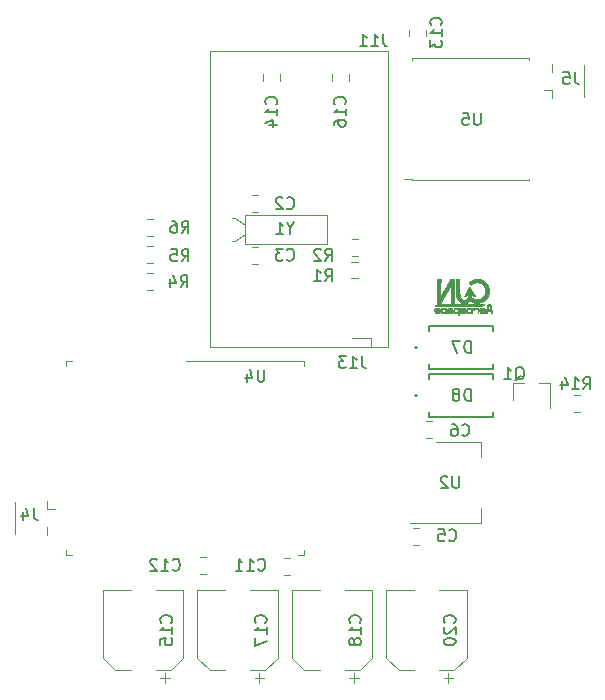
<source format=gbr>
%TF.GenerationSoftware,KiCad,Pcbnew,(5.1.6-0-10_14)*%
%TF.CreationDate,2021-04-25T16:08:19+02:00*%
%TF.ProjectId,ControlUnit,436f6e74-726f-46c5-956e-69742e6b6963,rev?*%
%TF.SameCoordinates,Original*%
%TF.FileFunction,Legend,Bot*%
%TF.FilePolarity,Positive*%
%FSLAX46Y46*%
G04 Gerber Fmt 4.6, Leading zero omitted, Abs format (unit mm)*
G04 Created by KiCad (PCBNEW (5.1.6-0-10_14)) date 2021-04-25 16:08:19*
%MOMM*%
%LPD*%
G01*
G04 APERTURE LIST*
%ADD10C,0.010000*%
%ADD11C,0.100000*%
%ADD12C,0.120000*%
%ADD13C,0.127000*%
%ADD14C,0.200000*%
%ADD15C,0.150000*%
G04 APERTURE END LIST*
D10*
%TO.C,G\u002A\u002A\u002A*%
G36*
X137437267Y-79186015D02*
G01*
X137418397Y-79186806D01*
X137403365Y-79188416D01*
X137391314Y-79191072D01*
X137381391Y-79195003D01*
X137372740Y-79200439D01*
X137364506Y-79207608D01*
X137355835Y-79216738D01*
X137345872Y-79228059D01*
X137338732Y-79236208D01*
X137324551Y-79252556D01*
X137313031Y-79266914D01*
X137303897Y-79280290D01*
X137296872Y-79293692D01*
X137291681Y-79308128D01*
X137288048Y-79324607D01*
X137285696Y-79344136D01*
X137284351Y-79367724D01*
X137283735Y-79396379D01*
X137283574Y-79431108D01*
X137283571Y-79437752D01*
X137283653Y-79469913D01*
X137283989Y-79495852D01*
X137284711Y-79516604D01*
X137285954Y-79533203D01*
X137287853Y-79546684D01*
X137290539Y-79558082D01*
X137294149Y-79568429D01*
X137298814Y-79578762D01*
X137302835Y-79586645D01*
X137308725Y-79595378D01*
X137318535Y-79607356D01*
X137330962Y-79621232D01*
X137344703Y-79635661D01*
X137358457Y-79649296D01*
X137370919Y-79660791D01*
X137380788Y-79668799D01*
X137384710Y-79671266D01*
X137390745Y-79673733D01*
X137398475Y-79675616D01*
X137409045Y-79677031D01*
X137423603Y-79678097D01*
X137443293Y-79678933D01*
X137465000Y-79679552D01*
X137492275Y-79680004D01*
X137522633Y-79680134D01*
X137553103Y-79679952D01*
X137580710Y-79679468D01*
X137592000Y-79679133D01*
X137614514Y-79678271D01*
X137631018Y-79677376D01*
X137642760Y-79676268D01*
X137650986Y-79674769D01*
X137656943Y-79672699D01*
X137661876Y-79669879D01*
X137663317Y-79668879D01*
X137671175Y-79663636D01*
X137676338Y-79660851D01*
X137676924Y-79660714D01*
X137677594Y-79664158D01*
X137678182Y-79673752D01*
X137678652Y-79688388D01*
X137678971Y-79706960D01*
X137679104Y-79728360D01*
X137679106Y-79730564D01*
X137679307Y-79753338D01*
X137679853Y-79774489D01*
X137680680Y-79792604D01*
X137681724Y-79806271D01*
X137682903Y-79814016D01*
X137689969Y-79829925D01*
X137700393Y-79841304D01*
X137712943Y-79847384D01*
X137726387Y-79847396D01*
X137732672Y-79845083D01*
X137739868Y-79839377D01*
X137747401Y-79830374D01*
X137749000Y-79827952D01*
X137757100Y-79814929D01*
X137757100Y-79514043D01*
X137679086Y-79514043D01*
X137655206Y-79540207D01*
X137631326Y-79566372D01*
X137411251Y-79566372D01*
X137387325Y-79540530D01*
X137363400Y-79514688D01*
X137363400Y-79353537D01*
X137387728Y-79325697D01*
X137412057Y-79297857D01*
X137631145Y-79297857D01*
X137655072Y-79325979D01*
X137678999Y-79354100D01*
X137679042Y-79434072D01*
X137679086Y-79514043D01*
X137757100Y-79514043D01*
X137757100Y-79317814D01*
X137745495Y-79294229D01*
X137736756Y-79279338D01*
X137724119Y-79261445D01*
X137709090Y-79242390D01*
X137693179Y-79224013D01*
X137677891Y-79208154D01*
X137666961Y-79198385D01*
X137653022Y-79187186D01*
X137525447Y-79186265D01*
X137489937Y-79185973D01*
X137460829Y-79185814D01*
X137437267Y-79186015D01*
G37*
X137437267Y-79186015D02*
X137418397Y-79186806D01*
X137403365Y-79188416D01*
X137391314Y-79191072D01*
X137381391Y-79195003D01*
X137372740Y-79200439D01*
X137364506Y-79207608D01*
X137355835Y-79216738D01*
X137345872Y-79228059D01*
X137338732Y-79236208D01*
X137324551Y-79252556D01*
X137313031Y-79266914D01*
X137303897Y-79280290D01*
X137296872Y-79293692D01*
X137291681Y-79308128D01*
X137288048Y-79324607D01*
X137285696Y-79344136D01*
X137284351Y-79367724D01*
X137283735Y-79396379D01*
X137283574Y-79431108D01*
X137283571Y-79437752D01*
X137283653Y-79469913D01*
X137283989Y-79495852D01*
X137284711Y-79516604D01*
X137285954Y-79533203D01*
X137287853Y-79546684D01*
X137290539Y-79558082D01*
X137294149Y-79568429D01*
X137298814Y-79578762D01*
X137302835Y-79586645D01*
X137308725Y-79595378D01*
X137318535Y-79607356D01*
X137330962Y-79621232D01*
X137344703Y-79635661D01*
X137358457Y-79649296D01*
X137370919Y-79660791D01*
X137380788Y-79668799D01*
X137384710Y-79671266D01*
X137390745Y-79673733D01*
X137398475Y-79675616D01*
X137409045Y-79677031D01*
X137423603Y-79678097D01*
X137443293Y-79678933D01*
X137465000Y-79679552D01*
X137492275Y-79680004D01*
X137522633Y-79680134D01*
X137553103Y-79679952D01*
X137580710Y-79679468D01*
X137592000Y-79679133D01*
X137614514Y-79678271D01*
X137631018Y-79677376D01*
X137642760Y-79676268D01*
X137650986Y-79674769D01*
X137656943Y-79672699D01*
X137661876Y-79669879D01*
X137663317Y-79668879D01*
X137671175Y-79663636D01*
X137676338Y-79660851D01*
X137676924Y-79660714D01*
X137677594Y-79664158D01*
X137678182Y-79673752D01*
X137678652Y-79688388D01*
X137678971Y-79706960D01*
X137679104Y-79728360D01*
X137679106Y-79730564D01*
X137679307Y-79753338D01*
X137679853Y-79774489D01*
X137680680Y-79792604D01*
X137681724Y-79806271D01*
X137682903Y-79814016D01*
X137689969Y-79829925D01*
X137700393Y-79841304D01*
X137712943Y-79847384D01*
X137726387Y-79847396D01*
X137732672Y-79845083D01*
X137739868Y-79839377D01*
X137747401Y-79830374D01*
X137749000Y-79827952D01*
X137757100Y-79814929D01*
X137757100Y-79514043D01*
X137679086Y-79514043D01*
X137655206Y-79540207D01*
X137631326Y-79566372D01*
X137411251Y-79566372D01*
X137387325Y-79540530D01*
X137363400Y-79514688D01*
X137363400Y-79353537D01*
X137387728Y-79325697D01*
X137412057Y-79297857D01*
X137631145Y-79297857D01*
X137655072Y-79325979D01*
X137678999Y-79354100D01*
X137679042Y-79434072D01*
X137679086Y-79514043D01*
X137757100Y-79514043D01*
X137757100Y-79317814D01*
X137745495Y-79294229D01*
X137736756Y-79279338D01*
X137724119Y-79261445D01*
X137709090Y-79242390D01*
X137693179Y-79224013D01*
X137677891Y-79208154D01*
X137666961Y-79198385D01*
X137653022Y-79187186D01*
X137525447Y-79186265D01*
X137489937Y-79185973D01*
X137460829Y-79185814D01*
X137437267Y-79186015D01*
G36*
X139710418Y-79182296D02*
G01*
X139695346Y-79182424D01*
X139661513Y-79182729D01*
X139634048Y-79183084D01*
X139612063Y-79183741D01*
X139594671Y-79184949D01*
X139580984Y-79186960D01*
X139570117Y-79190023D01*
X139561180Y-79194388D01*
X139553288Y-79200306D01*
X139545553Y-79208028D01*
X139537088Y-79217803D01*
X139527006Y-79229883D01*
X139526963Y-79229934D01*
X139508489Y-79252283D01*
X139494328Y-79270800D01*
X139483908Y-79287017D01*
X139476660Y-79302471D01*
X139472013Y-79318696D01*
X139469396Y-79337228D01*
X139468239Y-79359601D01*
X139467972Y-79387350D01*
X139467971Y-79388659D01*
X139468166Y-79413693D01*
X139468911Y-79432711D01*
X139470448Y-79446946D01*
X139473020Y-79457635D01*
X139476868Y-79466009D01*
X139482235Y-79473305D01*
X139485210Y-79476564D01*
X139494729Y-79486543D01*
X139859070Y-79486543D01*
X139861382Y-79495752D01*
X139862406Y-79500806D01*
X139862128Y-79505323D01*
X139859840Y-79510556D01*
X139854833Y-79517755D01*
X139846402Y-79528173D01*
X139836271Y-79540190D01*
X139814500Y-79565886D01*
X139597832Y-79566372D01*
X139570634Y-79540972D01*
X139557186Y-79528830D01*
X139547342Y-79521136D01*
X139539767Y-79517019D01*
X139533128Y-79515606D01*
X139531788Y-79515572D01*
X139518500Y-79518951D01*
X139507257Y-79528310D01*
X139498864Y-79542475D01*
X139494127Y-79560276D01*
X139493371Y-79571462D01*
X139494024Y-79583779D01*
X139496536Y-79594343D01*
X139501737Y-79604667D01*
X139510455Y-79616264D01*
X139523522Y-79630649D01*
X139528863Y-79636196D01*
X139539458Y-79647172D01*
X139548377Y-79656089D01*
X139556498Y-79663159D01*
X139564698Y-79668594D01*
X139573857Y-79672606D01*
X139584851Y-79675409D01*
X139598559Y-79677214D01*
X139615859Y-79678234D01*
X139637629Y-79678680D01*
X139664746Y-79678766D01*
X139698089Y-79678704D01*
X139704591Y-79678693D01*
X139737426Y-79678635D01*
X139763827Y-79678524D01*
X139784618Y-79678312D01*
X139800620Y-79677946D01*
X139812657Y-79677378D01*
X139821553Y-79676557D01*
X139828131Y-79675433D01*
X139833212Y-79673955D01*
X139837622Y-79672073D01*
X139840995Y-79670360D01*
X139851432Y-79663052D01*
X139864626Y-79651082D01*
X139879301Y-79635824D01*
X139894182Y-79618649D01*
X139907995Y-79600931D01*
X139915673Y-79589957D01*
X139922179Y-79579825D01*
X139927392Y-79570496D01*
X139931455Y-79561023D01*
X139934511Y-79550458D01*
X139936703Y-79537854D01*
X139938172Y-79522262D01*
X139939062Y-79502736D01*
X139939514Y-79478326D01*
X139939672Y-79448086D01*
X139939686Y-79430312D01*
X139939620Y-79394377D01*
X139939217Y-79364709D01*
X139939113Y-79362261D01*
X139862942Y-79362261D01*
X139861283Y-79368318D01*
X139860131Y-79369718D01*
X139857428Y-79370874D01*
X139852540Y-79371808D01*
X139844835Y-79372542D01*
X139833679Y-79373101D01*
X139818440Y-79373506D01*
X139798485Y-79373781D01*
X139773180Y-79373950D01*
X139741892Y-79374034D01*
X139703989Y-79374057D01*
X139547800Y-79374057D01*
X139547800Y-79364067D01*
X139550194Y-79355503D01*
X139557553Y-79343092D01*
X139570138Y-79326393D01*
X139570478Y-79325970D01*
X139593157Y-79297864D01*
X139704291Y-79297861D01*
X139815425Y-79297857D01*
X139839455Y-79324707D01*
X139851348Y-79338405D01*
X139858777Y-79348330D01*
X139862416Y-79355832D01*
X139862942Y-79362261D01*
X139939113Y-79362261D01*
X139938172Y-79340321D01*
X139936179Y-79320224D01*
X139932931Y-79303429D01*
X139928122Y-79288946D01*
X139921446Y-79275788D01*
X139912597Y-79262966D01*
X139901269Y-79249490D01*
X139887155Y-79234371D01*
X139875193Y-79222014D01*
X139860500Y-79207308D01*
X139849256Y-79197165D01*
X139840213Y-79190621D01*
X139832120Y-79186710D01*
X139827789Y-79185373D01*
X139818403Y-79184024D01*
X139802034Y-79183043D01*
X139778621Y-79182429D01*
X139748102Y-79182181D01*
X139710418Y-79182296D01*
G37*
X139710418Y-79182296D02*
X139695346Y-79182424D01*
X139661513Y-79182729D01*
X139634048Y-79183084D01*
X139612063Y-79183741D01*
X139594671Y-79184949D01*
X139580984Y-79186960D01*
X139570117Y-79190023D01*
X139561180Y-79194388D01*
X139553288Y-79200306D01*
X139545553Y-79208028D01*
X139537088Y-79217803D01*
X139527006Y-79229883D01*
X139526963Y-79229934D01*
X139508489Y-79252283D01*
X139494328Y-79270800D01*
X139483908Y-79287017D01*
X139476660Y-79302471D01*
X139472013Y-79318696D01*
X139469396Y-79337228D01*
X139468239Y-79359601D01*
X139467972Y-79387350D01*
X139467971Y-79388659D01*
X139468166Y-79413693D01*
X139468911Y-79432711D01*
X139470448Y-79446946D01*
X139473020Y-79457635D01*
X139476868Y-79466009D01*
X139482235Y-79473305D01*
X139485210Y-79476564D01*
X139494729Y-79486543D01*
X139859070Y-79486543D01*
X139861382Y-79495752D01*
X139862406Y-79500806D01*
X139862128Y-79505323D01*
X139859840Y-79510556D01*
X139854833Y-79517755D01*
X139846402Y-79528173D01*
X139836271Y-79540190D01*
X139814500Y-79565886D01*
X139597832Y-79566372D01*
X139570634Y-79540972D01*
X139557186Y-79528830D01*
X139547342Y-79521136D01*
X139539767Y-79517019D01*
X139533128Y-79515606D01*
X139531788Y-79515572D01*
X139518500Y-79518951D01*
X139507257Y-79528310D01*
X139498864Y-79542475D01*
X139494127Y-79560276D01*
X139493371Y-79571462D01*
X139494024Y-79583779D01*
X139496536Y-79594343D01*
X139501737Y-79604667D01*
X139510455Y-79616264D01*
X139523522Y-79630649D01*
X139528863Y-79636196D01*
X139539458Y-79647172D01*
X139548377Y-79656089D01*
X139556498Y-79663159D01*
X139564698Y-79668594D01*
X139573857Y-79672606D01*
X139584851Y-79675409D01*
X139598559Y-79677214D01*
X139615859Y-79678234D01*
X139637629Y-79678680D01*
X139664746Y-79678766D01*
X139698089Y-79678704D01*
X139704591Y-79678693D01*
X139737426Y-79678635D01*
X139763827Y-79678524D01*
X139784618Y-79678312D01*
X139800620Y-79677946D01*
X139812657Y-79677378D01*
X139821553Y-79676557D01*
X139828131Y-79675433D01*
X139833212Y-79673955D01*
X139837622Y-79672073D01*
X139840995Y-79670360D01*
X139851432Y-79663052D01*
X139864626Y-79651082D01*
X139879301Y-79635824D01*
X139894182Y-79618649D01*
X139907995Y-79600931D01*
X139915673Y-79589957D01*
X139922179Y-79579825D01*
X139927392Y-79570496D01*
X139931455Y-79561023D01*
X139934511Y-79550458D01*
X139936703Y-79537854D01*
X139938172Y-79522262D01*
X139939062Y-79502736D01*
X139939514Y-79478326D01*
X139939672Y-79448086D01*
X139939686Y-79430312D01*
X139939620Y-79394377D01*
X139939217Y-79364709D01*
X139939113Y-79362261D01*
X139862942Y-79362261D01*
X139861283Y-79368318D01*
X139860131Y-79369718D01*
X139857428Y-79370874D01*
X139852540Y-79371808D01*
X139844835Y-79372542D01*
X139833679Y-79373101D01*
X139818440Y-79373506D01*
X139798485Y-79373781D01*
X139773180Y-79373950D01*
X139741892Y-79374034D01*
X139703989Y-79374057D01*
X139547800Y-79374057D01*
X139547800Y-79364067D01*
X139550194Y-79355503D01*
X139557553Y-79343092D01*
X139570138Y-79326393D01*
X139570478Y-79325970D01*
X139593157Y-79297864D01*
X139704291Y-79297861D01*
X139815425Y-79297857D01*
X139839455Y-79324707D01*
X139851348Y-79338405D01*
X139858777Y-79348330D01*
X139862416Y-79355832D01*
X139862942Y-79362261D01*
X139939113Y-79362261D01*
X139938172Y-79340321D01*
X139936179Y-79320224D01*
X139932931Y-79303429D01*
X139928122Y-79288946D01*
X139921446Y-79275788D01*
X139912597Y-79262966D01*
X139901269Y-79249490D01*
X139887155Y-79234371D01*
X139875193Y-79222014D01*
X139860500Y-79207308D01*
X139849256Y-79197165D01*
X139840213Y-79190621D01*
X139832120Y-79186710D01*
X139827789Y-79185373D01*
X139818403Y-79184024D01*
X139802034Y-79183043D01*
X139778621Y-79182429D01*
X139748102Y-79182181D01*
X139710418Y-79182296D01*
G36*
X136896870Y-79178584D02*
G01*
X136878318Y-79179344D01*
X136863754Y-79180721D01*
X136852362Y-79182842D01*
X136843325Y-79185836D01*
X136835825Y-79189830D01*
X136829045Y-79194951D01*
X136822170Y-79201327D01*
X136818824Y-79204643D01*
X136801532Y-79223076D01*
X136784662Y-79243137D01*
X136769527Y-79263114D01*
X136757438Y-79281294D01*
X136750919Y-79293232D01*
X136741100Y-79314186D01*
X136739979Y-79496522D01*
X136738859Y-79678857D01*
X136815486Y-79678857D01*
X136815486Y-79653395D01*
X136854172Y-79675229D01*
X136975198Y-79675229D01*
X137010476Y-79675250D01*
X137039362Y-79675149D01*
X137062720Y-79674681D01*
X137081414Y-79673601D01*
X137096308Y-79671663D01*
X137108266Y-79668622D01*
X137118152Y-79664233D01*
X137126830Y-79658249D01*
X137135163Y-79650427D01*
X137144017Y-79640520D01*
X137154255Y-79628283D01*
X137158522Y-79623169D01*
X137171248Y-79607338D01*
X137183160Y-79591380D01*
X137192931Y-79577141D01*
X137199235Y-79566470D01*
X137199284Y-79566372D01*
X137202752Y-79559097D01*
X137205322Y-79552431D01*
X137207151Y-79545112D01*
X137208398Y-79535878D01*
X137209219Y-79523466D01*
X137209772Y-79506615D01*
X137210015Y-79494187D01*
X137134084Y-79494187D01*
X137133378Y-79500240D01*
X137129538Y-79508154D01*
X137121888Y-79519042D01*
X137110498Y-79533131D01*
X137085814Y-79562616D01*
X136976351Y-79562679D01*
X136866887Y-79562743D01*
X136843041Y-79536436D01*
X136831686Y-79523526D01*
X136824561Y-79514166D01*
X136820736Y-79506800D01*
X136819283Y-79499872D01*
X136819154Y-79496483D01*
X136819114Y-79482837D01*
X137132986Y-79484729D01*
X137134084Y-79494187D01*
X137210015Y-79494187D01*
X137210214Y-79484063D01*
X137210318Y-79477859D01*
X137210633Y-79451002D01*
X137210446Y-79430320D01*
X137209556Y-79414740D01*
X137207766Y-79403187D01*
X137204877Y-79394586D01*
X137200689Y-79387864D01*
X137195005Y-79381944D01*
X137192108Y-79379427D01*
X137181415Y-79370429D01*
X136819114Y-79370429D01*
X136819114Y-79360176D01*
X136820960Y-79352591D01*
X136826883Y-79342378D01*
X136837458Y-79328612D01*
X136842500Y-79322626D01*
X136865885Y-79295327D01*
X136893847Y-79292964D01*
X136905939Y-79292257D01*
X136923736Y-79291635D01*
X136945686Y-79291131D01*
X136970238Y-79290778D01*
X136995838Y-79290610D01*
X137003227Y-79290600D01*
X137084644Y-79290600D01*
X137110629Y-79314504D01*
X137125841Y-79328070D01*
X137137302Y-79336944D01*
X137146265Y-79341689D01*
X137153981Y-79342870D01*
X137161702Y-79341051D01*
X137165667Y-79339331D01*
X137177399Y-79330039D01*
X137186086Y-79315820D01*
X137191113Y-79298590D01*
X137191863Y-79280260D01*
X137189115Y-79266530D01*
X137184453Y-79257843D01*
X137175628Y-79245838D01*
X137163962Y-79231948D01*
X137150776Y-79217608D01*
X137137392Y-79204251D01*
X137125131Y-79193310D01*
X137115317Y-79186221D01*
X137114843Y-79185954D01*
X137110973Y-79184272D01*
X137105570Y-79182903D01*
X137097854Y-79181805D01*
X137087049Y-79180934D01*
X137072377Y-79180248D01*
X137053059Y-79179703D01*
X137028319Y-79179256D01*
X136997378Y-79178864D01*
X136984628Y-79178728D01*
X136949208Y-79178404D01*
X136920228Y-79178313D01*
X136896870Y-79178584D01*
G37*
X136896870Y-79178584D02*
X136878318Y-79179344D01*
X136863754Y-79180721D01*
X136852362Y-79182842D01*
X136843325Y-79185836D01*
X136835825Y-79189830D01*
X136829045Y-79194951D01*
X136822170Y-79201327D01*
X136818824Y-79204643D01*
X136801532Y-79223076D01*
X136784662Y-79243137D01*
X136769527Y-79263114D01*
X136757438Y-79281294D01*
X136750919Y-79293232D01*
X136741100Y-79314186D01*
X136739979Y-79496522D01*
X136738859Y-79678857D01*
X136815486Y-79678857D01*
X136815486Y-79653395D01*
X136854172Y-79675229D01*
X136975198Y-79675229D01*
X137010476Y-79675250D01*
X137039362Y-79675149D01*
X137062720Y-79674681D01*
X137081414Y-79673601D01*
X137096308Y-79671663D01*
X137108266Y-79668622D01*
X137118152Y-79664233D01*
X137126830Y-79658249D01*
X137135163Y-79650427D01*
X137144017Y-79640520D01*
X137154255Y-79628283D01*
X137158522Y-79623169D01*
X137171248Y-79607338D01*
X137183160Y-79591380D01*
X137192931Y-79577141D01*
X137199235Y-79566470D01*
X137199284Y-79566372D01*
X137202752Y-79559097D01*
X137205322Y-79552431D01*
X137207151Y-79545112D01*
X137208398Y-79535878D01*
X137209219Y-79523466D01*
X137209772Y-79506615D01*
X137210015Y-79494187D01*
X137134084Y-79494187D01*
X137133378Y-79500240D01*
X137129538Y-79508154D01*
X137121888Y-79519042D01*
X137110498Y-79533131D01*
X137085814Y-79562616D01*
X136976351Y-79562679D01*
X136866887Y-79562743D01*
X136843041Y-79536436D01*
X136831686Y-79523526D01*
X136824561Y-79514166D01*
X136820736Y-79506800D01*
X136819283Y-79499872D01*
X136819154Y-79496483D01*
X136819114Y-79482837D01*
X137132986Y-79484729D01*
X137134084Y-79494187D01*
X137210015Y-79494187D01*
X137210214Y-79484063D01*
X137210318Y-79477859D01*
X137210633Y-79451002D01*
X137210446Y-79430320D01*
X137209556Y-79414740D01*
X137207766Y-79403187D01*
X137204877Y-79394586D01*
X137200689Y-79387864D01*
X137195005Y-79381944D01*
X137192108Y-79379427D01*
X137181415Y-79370429D01*
X136819114Y-79370429D01*
X136819114Y-79360176D01*
X136820960Y-79352591D01*
X136826883Y-79342378D01*
X136837458Y-79328612D01*
X136842500Y-79322626D01*
X136865885Y-79295327D01*
X136893847Y-79292964D01*
X136905939Y-79292257D01*
X136923736Y-79291635D01*
X136945686Y-79291131D01*
X136970238Y-79290778D01*
X136995838Y-79290610D01*
X137003227Y-79290600D01*
X137084644Y-79290600D01*
X137110629Y-79314504D01*
X137125841Y-79328070D01*
X137137302Y-79336944D01*
X137146265Y-79341689D01*
X137153981Y-79342870D01*
X137161702Y-79341051D01*
X137165667Y-79339331D01*
X137177399Y-79330039D01*
X137186086Y-79315820D01*
X137191113Y-79298590D01*
X137191863Y-79280260D01*
X137189115Y-79266530D01*
X137184453Y-79257843D01*
X137175628Y-79245838D01*
X137163962Y-79231948D01*
X137150776Y-79217608D01*
X137137392Y-79204251D01*
X137125131Y-79193310D01*
X137115317Y-79186221D01*
X137114843Y-79185954D01*
X137110973Y-79184272D01*
X137105570Y-79182903D01*
X137097854Y-79181805D01*
X137087049Y-79180934D01*
X137072377Y-79180248D01*
X137053059Y-79179703D01*
X137028319Y-79179256D01*
X136997378Y-79178864D01*
X136984628Y-79178728D01*
X136949208Y-79178404D01*
X136920228Y-79178313D01*
X136896870Y-79178584D01*
G36*
X135862438Y-79181775D02*
G01*
X135836392Y-79182069D01*
X135812602Y-79182585D01*
X135792240Y-79183323D01*
X135776482Y-79184282D01*
X135766502Y-79185464D01*
X135765014Y-79185804D01*
X135752855Y-79190262D01*
X135741919Y-79195969D01*
X135740609Y-79196853D01*
X135731941Y-79204479D01*
X135720443Y-79216614D01*
X135707337Y-79231745D01*
X135693843Y-79248358D01*
X135681181Y-79264941D01*
X135670571Y-79279979D01*
X135663233Y-79291960D01*
X135662087Y-79294229D01*
X135658615Y-79301982D01*
X135656073Y-79309294D01*
X135654284Y-79317529D01*
X135653070Y-79328051D01*
X135652253Y-79342227D01*
X135651656Y-79361419D01*
X135651306Y-79376996D01*
X135650858Y-79403967D01*
X135650890Y-79424764D01*
X135651552Y-79440461D01*
X135652993Y-79452134D01*
X135655362Y-79460856D01*
X135658810Y-79467704D01*
X135663485Y-79473752D01*
X135664986Y-79475397D01*
X135675397Y-79486543D01*
X136042600Y-79486543D01*
X136042600Y-79498689D01*
X136041595Y-79505778D01*
X136038023Y-79513673D01*
X136031048Y-79523783D01*
X136019831Y-79537519D01*
X136018907Y-79538603D01*
X135995214Y-79566372D01*
X135780685Y-79566372D01*
X135753120Y-79540972D01*
X135737556Y-79527464D01*
X135725310Y-79519118D01*
X135715138Y-79515450D01*
X135705801Y-79515976D01*
X135697659Y-79519321D01*
X135689744Y-79526812D01*
X135682663Y-79539137D01*
X135677488Y-79553877D01*
X135675292Y-79568613D01*
X135675277Y-79569791D01*
X135676538Y-79584646D01*
X135680861Y-79598254D01*
X135689058Y-79612153D01*
X135701940Y-79627879D01*
X135711009Y-79637549D01*
X135721222Y-79648116D01*
X135729956Y-79656710D01*
X135738080Y-79663534D01*
X135746463Y-79668791D01*
X135755976Y-79672686D01*
X135767486Y-79675422D01*
X135781863Y-79677202D01*
X135799977Y-79678230D01*
X135822697Y-79678709D01*
X135850891Y-79678843D01*
X135885430Y-79678835D01*
X135887334Y-79678835D01*
X135921098Y-79678784D01*
X135948368Y-79678625D01*
X135969905Y-79678324D01*
X135986471Y-79677848D01*
X135998827Y-79677166D01*
X136007736Y-79676243D01*
X136013960Y-79675048D01*
X136018260Y-79673548D01*
X136019014Y-79673178D01*
X136031416Y-79664711D01*
X136046230Y-79651430D01*
X136062197Y-79634785D01*
X136078063Y-79616225D01*
X136092568Y-79597199D01*
X136104458Y-79579156D01*
X136110795Y-79567369D01*
X136120614Y-79546414D01*
X136121754Y-79435407D01*
X136122052Y-79403818D01*
X136122197Y-79378571D01*
X136122152Y-79361100D01*
X136042600Y-79361100D01*
X136042600Y-79374057D01*
X135726914Y-79374057D01*
X135726914Y-79365715D01*
X135729273Y-79359004D01*
X135735828Y-79348235D01*
X135745792Y-79334628D01*
X135751407Y-79327628D01*
X135775900Y-79297882D01*
X135886739Y-79297870D01*
X135997578Y-79297857D01*
X136020089Y-79323000D01*
X136031188Y-79335871D01*
X136038014Y-79345275D01*
X136041501Y-79352796D01*
X136042586Y-79360020D01*
X136042600Y-79361100D01*
X136122152Y-79361100D01*
X136122145Y-79358754D01*
X136121853Y-79343452D01*
X136121277Y-79331752D01*
X136120374Y-79322740D01*
X136119100Y-79315502D01*
X136117411Y-79309125D01*
X136115453Y-79303230D01*
X136109641Y-79288652D01*
X136102529Y-79275232D01*
X136093145Y-79261611D01*
X136080517Y-79246425D01*
X136063673Y-79228316D01*
X136057114Y-79221558D01*
X136043025Y-79207492D01*
X136032357Y-79197862D01*
X136023745Y-79191651D01*
X136015823Y-79187841D01*
X136009243Y-79185880D01*
X136000296Y-79184635D01*
X135985384Y-79183610D01*
X135965680Y-79182803D01*
X135942359Y-79182216D01*
X135916595Y-79181848D01*
X135889563Y-79181701D01*
X135862438Y-79181775D01*
G37*
X135862438Y-79181775D02*
X135836392Y-79182069D01*
X135812602Y-79182585D01*
X135792240Y-79183323D01*
X135776482Y-79184282D01*
X135766502Y-79185464D01*
X135765014Y-79185804D01*
X135752855Y-79190262D01*
X135741919Y-79195969D01*
X135740609Y-79196853D01*
X135731941Y-79204479D01*
X135720443Y-79216614D01*
X135707337Y-79231745D01*
X135693843Y-79248358D01*
X135681181Y-79264941D01*
X135670571Y-79279979D01*
X135663233Y-79291960D01*
X135662087Y-79294229D01*
X135658615Y-79301982D01*
X135656073Y-79309294D01*
X135654284Y-79317529D01*
X135653070Y-79328051D01*
X135652253Y-79342227D01*
X135651656Y-79361419D01*
X135651306Y-79376996D01*
X135650858Y-79403967D01*
X135650890Y-79424764D01*
X135651552Y-79440461D01*
X135652993Y-79452134D01*
X135655362Y-79460856D01*
X135658810Y-79467704D01*
X135663485Y-79473752D01*
X135664986Y-79475397D01*
X135675397Y-79486543D01*
X136042600Y-79486543D01*
X136042600Y-79498689D01*
X136041595Y-79505778D01*
X136038023Y-79513673D01*
X136031048Y-79523783D01*
X136019831Y-79537519D01*
X136018907Y-79538603D01*
X135995214Y-79566372D01*
X135780685Y-79566372D01*
X135753120Y-79540972D01*
X135737556Y-79527464D01*
X135725310Y-79519118D01*
X135715138Y-79515450D01*
X135705801Y-79515976D01*
X135697659Y-79519321D01*
X135689744Y-79526812D01*
X135682663Y-79539137D01*
X135677488Y-79553877D01*
X135675292Y-79568613D01*
X135675277Y-79569791D01*
X135676538Y-79584646D01*
X135680861Y-79598254D01*
X135689058Y-79612153D01*
X135701940Y-79627879D01*
X135711009Y-79637549D01*
X135721222Y-79648116D01*
X135729956Y-79656710D01*
X135738080Y-79663534D01*
X135746463Y-79668791D01*
X135755976Y-79672686D01*
X135767486Y-79675422D01*
X135781863Y-79677202D01*
X135799977Y-79678230D01*
X135822697Y-79678709D01*
X135850891Y-79678843D01*
X135885430Y-79678835D01*
X135887334Y-79678835D01*
X135921098Y-79678784D01*
X135948368Y-79678625D01*
X135969905Y-79678324D01*
X135986471Y-79677848D01*
X135998827Y-79677166D01*
X136007736Y-79676243D01*
X136013960Y-79675048D01*
X136018260Y-79673548D01*
X136019014Y-79673178D01*
X136031416Y-79664711D01*
X136046230Y-79651430D01*
X136062197Y-79634785D01*
X136078063Y-79616225D01*
X136092568Y-79597199D01*
X136104458Y-79579156D01*
X136110795Y-79567369D01*
X136120614Y-79546414D01*
X136121754Y-79435407D01*
X136122052Y-79403818D01*
X136122197Y-79378571D01*
X136122152Y-79361100D01*
X136042600Y-79361100D01*
X136042600Y-79374057D01*
X135726914Y-79374057D01*
X135726914Y-79365715D01*
X135729273Y-79359004D01*
X135735828Y-79348235D01*
X135745792Y-79334628D01*
X135751407Y-79327628D01*
X135775900Y-79297882D01*
X135886739Y-79297870D01*
X135997578Y-79297857D01*
X136020089Y-79323000D01*
X136031188Y-79335871D01*
X136038014Y-79345275D01*
X136041501Y-79352796D01*
X136042586Y-79360020D01*
X136042600Y-79361100D01*
X136122152Y-79361100D01*
X136122145Y-79358754D01*
X136121853Y-79343452D01*
X136121277Y-79331752D01*
X136120374Y-79322740D01*
X136119100Y-79315502D01*
X136117411Y-79309125D01*
X136115453Y-79303230D01*
X136109641Y-79288652D01*
X136102529Y-79275232D01*
X136093145Y-79261611D01*
X136080517Y-79246425D01*
X136063673Y-79228316D01*
X136057114Y-79221558D01*
X136043025Y-79207492D01*
X136032357Y-79197862D01*
X136023745Y-79191651D01*
X136015823Y-79187841D01*
X136009243Y-79185880D01*
X136000296Y-79184635D01*
X135985384Y-79183610D01*
X135965680Y-79182803D01*
X135942359Y-79182216D01*
X135916595Y-79181848D01*
X135889563Y-79181701D01*
X135862438Y-79181775D01*
G36*
X140272788Y-78906701D02*
G01*
X140244535Y-78907049D01*
X140222588Y-78907408D01*
X140205996Y-78907869D01*
X140193807Y-78908524D01*
X140185071Y-78909464D01*
X140178837Y-78910782D01*
X140174153Y-78912567D01*
X140170068Y-78914913D01*
X140167173Y-78916857D01*
X140157314Y-78925069D01*
X140146502Y-78936221D01*
X140140678Y-78943261D01*
X140138434Y-78946224D01*
X140136370Y-78949194D01*
X140134402Y-78952566D01*
X140132448Y-78956738D01*
X140130426Y-78962103D01*
X140128253Y-78969059D01*
X140125847Y-78978000D01*
X140123125Y-78989324D01*
X140120005Y-79003424D01*
X140116405Y-79020698D01*
X140112241Y-79041541D01*
X140107431Y-79066348D01*
X140101894Y-79095516D01*
X140095546Y-79129440D01*
X140088305Y-79168516D01*
X140080089Y-79213140D01*
X140070815Y-79263708D01*
X140060400Y-79320615D01*
X140048763Y-79384257D01*
X140048526Y-79385553D01*
X140039769Y-79433544D01*
X140032299Y-79474960D01*
X140026084Y-79510363D01*
X140021094Y-79540314D01*
X140017300Y-79565377D01*
X140014670Y-79586111D01*
X140013176Y-79603079D01*
X140012785Y-79616844D01*
X140013469Y-79627966D01*
X140015196Y-79637007D01*
X140017937Y-79644530D01*
X140021661Y-79651096D01*
X140026338Y-79657267D01*
X140031938Y-79663605D01*
X140033450Y-79665250D01*
X140041366Y-79672279D01*
X140049312Y-79674546D01*
X140060181Y-79672688D01*
X140063171Y-79671814D01*
X140079136Y-79664570D01*
X140089887Y-79653550D01*
X140093741Y-79646371D01*
X140095884Y-79639429D01*
X140099013Y-79626414D01*
X140102900Y-79608408D01*
X140107322Y-79586495D01*
X140112052Y-79561757D01*
X140116821Y-79535529D01*
X140134178Y-79437557D01*
X140425570Y-79435661D01*
X140427977Y-79449309D01*
X140431194Y-79466829D01*
X140435240Y-79487771D01*
X140439881Y-79511026D01*
X140444881Y-79535489D01*
X140450007Y-79560050D01*
X140455024Y-79583603D01*
X140459697Y-79605041D01*
X140463791Y-79623256D01*
X140467072Y-79637140D01*
X140469304Y-79645587D01*
X140469972Y-79647461D01*
X140479143Y-79661334D01*
X140489858Y-79669019D01*
X140503674Y-79671584D01*
X140505123Y-79671600D01*
X140515448Y-79670901D01*
X140523203Y-79667861D01*
X140531302Y-79661065D01*
X140535333Y-79656933D01*
X140538835Y-79653263D01*
X140541957Y-79649738D01*
X140544645Y-79645998D01*
X140546847Y-79641681D01*
X140548509Y-79636426D01*
X140549579Y-79629873D01*
X140550004Y-79621660D01*
X140549731Y-79611426D01*
X140548707Y-79598811D01*
X140546879Y-79583453D01*
X140544195Y-79564991D01*
X140540601Y-79543064D01*
X140536044Y-79517312D01*
X140530472Y-79487372D01*
X140523831Y-79452885D01*
X140516069Y-79413489D01*
X140507134Y-79368824D01*
X140496971Y-79318527D01*
X140492916Y-79298578D01*
X140396886Y-79298578D01*
X140396521Y-79300418D01*
X140394928Y-79301876D01*
X140391354Y-79302997D01*
X140385049Y-79303823D01*
X140375262Y-79304398D01*
X140361243Y-79304767D01*
X140342240Y-79304971D01*
X140317503Y-79305056D01*
X140286280Y-79305065D01*
X140285307Y-79305065D01*
X140257241Y-79304988D01*
X140231268Y-79304793D01*
X140208346Y-79304499D01*
X140189431Y-79304120D01*
X140175480Y-79303675D01*
X140167453Y-79303179D01*
X140166126Y-79302974D01*
X140163945Y-79302230D01*
X140162379Y-79300794D01*
X140161503Y-79297878D01*
X140161391Y-79292696D01*
X140162119Y-79284458D01*
X140163762Y-79272377D01*
X140166393Y-79255666D01*
X140170088Y-79233535D01*
X140174923Y-79205198D01*
X140176036Y-79198702D01*
X140180908Y-79170494D01*
X140185738Y-79142971D01*
X140190292Y-79117427D01*
X140194337Y-79095158D01*
X140197640Y-79077457D01*
X140199967Y-79065629D01*
X140206386Y-79034786D01*
X140273956Y-79033800D01*
X140341527Y-79032815D01*
X140349543Y-79064643D01*
X140352421Y-79076770D01*
X140356211Y-79093776D01*
X140360698Y-79114598D01*
X140365666Y-79138169D01*
X140370899Y-79163423D01*
X140376182Y-79189295D01*
X140381299Y-79214719D01*
X140386033Y-79238630D01*
X140390171Y-79259962D01*
X140393495Y-79277649D01*
X140395791Y-79290626D01*
X140396842Y-79297826D01*
X140396886Y-79298578D01*
X140492916Y-79298578D01*
X140485528Y-79262238D01*
X140472752Y-79199597D01*
X140458591Y-79130241D01*
X140457056Y-79122726D01*
X140450375Y-79090291D01*
X140443993Y-79059854D01*
X140438083Y-79032198D01*
X140432816Y-79008104D01*
X140428365Y-78988357D01*
X140424904Y-78973739D01*
X140422603Y-78965033D01*
X140421905Y-78963069D01*
X140412521Y-78948698D01*
X140399535Y-78933433D01*
X140385534Y-78920172D01*
X140379573Y-78915618D01*
X140365141Y-78905617D01*
X140272788Y-78906701D01*
G37*
X140272788Y-78906701D02*
X140244535Y-78907049D01*
X140222588Y-78907408D01*
X140205996Y-78907869D01*
X140193807Y-78908524D01*
X140185071Y-78909464D01*
X140178837Y-78910782D01*
X140174153Y-78912567D01*
X140170068Y-78914913D01*
X140167173Y-78916857D01*
X140157314Y-78925069D01*
X140146502Y-78936221D01*
X140140678Y-78943261D01*
X140138434Y-78946224D01*
X140136370Y-78949194D01*
X140134402Y-78952566D01*
X140132448Y-78956738D01*
X140130426Y-78962103D01*
X140128253Y-78969059D01*
X140125847Y-78978000D01*
X140123125Y-78989324D01*
X140120005Y-79003424D01*
X140116405Y-79020698D01*
X140112241Y-79041541D01*
X140107431Y-79066348D01*
X140101894Y-79095516D01*
X140095546Y-79129440D01*
X140088305Y-79168516D01*
X140080089Y-79213140D01*
X140070815Y-79263708D01*
X140060400Y-79320615D01*
X140048763Y-79384257D01*
X140048526Y-79385553D01*
X140039769Y-79433544D01*
X140032299Y-79474960D01*
X140026084Y-79510363D01*
X140021094Y-79540314D01*
X140017300Y-79565377D01*
X140014670Y-79586111D01*
X140013176Y-79603079D01*
X140012785Y-79616844D01*
X140013469Y-79627966D01*
X140015196Y-79637007D01*
X140017937Y-79644530D01*
X140021661Y-79651096D01*
X140026338Y-79657267D01*
X140031938Y-79663605D01*
X140033450Y-79665250D01*
X140041366Y-79672279D01*
X140049312Y-79674546D01*
X140060181Y-79672688D01*
X140063171Y-79671814D01*
X140079136Y-79664570D01*
X140089887Y-79653550D01*
X140093741Y-79646371D01*
X140095884Y-79639429D01*
X140099013Y-79626414D01*
X140102900Y-79608408D01*
X140107322Y-79586495D01*
X140112052Y-79561757D01*
X140116821Y-79535529D01*
X140134178Y-79437557D01*
X140425570Y-79435661D01*
X140427977Y-79449309D01*
X140431194Y-79466829D01*
X140435240Y-79487771D01*
X140439881Y-79511026D01*
X140444881Y-79535489D01*
X140450007Y-79560050D01*
X140455024Y-79583603D01*
X140459697Y-79605041D01*
X140463791Y-79623256D01*
X140467072Y-79637140D01*
X140469304Y-79645587D01*
X140469972Y-79647461D01*
X140479143Y-79661334D01*
X140489858Y-79669019D01*
X140503674Y-79671584D01*
X140505123Y-79671600D01*
X140515448Y-79670901D01*
X140523203Y-79667861D01*
X140531302Y-79661065D01*
X140535333Y-79656933D01*
X140538835Y-79653263D01*
X140541957Y-79649738D01*
X140544645Y-79645998D01*
X140546847Y-79641681D01*
X140548509Y-79636426D01*
X140549579Y-79629873D01*
X140550004Y-79621660D01*
X140549731Y-79611426D01*
X140548707Y-79598811D01*
X140546879Y-79583453D01*
X140544195Y-79564991D01*
X140540601Y-79543064D01*
X140536044Y-79517312D01*
X140530472Y-79487372D01*
X140523831Y-79452885D01*
X140516069Y-79413489D01*
X140507134Y-79368824D01*
X140496971Y-79318527D01*
X140492916Y-79298578D01*
X140396886Y-79298578D01*
X140396521Y-79300418D01*
X140394928Y-79301876D01*
X140391354Y-79302997D01*
X140385049Y-79303823D01*
X140375262Y-79304398D01*
X140361243Y-79304767D01*
X140342240Y-79304971D01*
X140317503Y-79305056D01*
X140286280Y-79305065D01*
X140285307Y-79305065D01*
X140257241Y-79304988D01*
X140231268Y-79304793D01*
X140208346Y-79304499D01*
X140189431Y-79304120D01*
X140175480Y-79303675D01*
X140167453Y-79303179D01*
X140166126Y-79302974D01*
X140163945Y-79302230D01*
X140162379Y-79300794D01*
X140161503Y-79297878D01*
X140161391Y-79292696D01*
X140162119Y-79284458D01*
X140163762Y-79272377D01*
X140166393Y-79255666D01*
X140170088Y-79233535D01*
X140174923Y-79205198D01*
X140176036Y-79198702D01*
X140180908Y-79170494D01*
X140185738Y-79142971D01*
X140190292Y-79117427D01*
X140194337Y-79095158D01*
X140197640Y-79077457D01*
X140199967Y-79065629D01*
X140206386Y-79034786D01*
X140273956Y-79033800D01*
X140341527Y-79032815D01*
X140349543Y-79064643D01*
X140352421Y-79076770D01*
X140356211Y-79093776D01*
X140360698Y-79114598D01*
X140365666Y-79138169D01*
X140370899Y-79163423D01*
X140376182Y-79189295D01*
X140381299Y-79214719D01*
X140386033Y-79238630D01*
X140390171Y-79259962D01*
X140393495Y-79277649D01*
X140395791Y-79290626D01*
X140396842Y-79297826D01*
X140396886Y-79298578D01*
X140492916Y-79298578D01*
X140485528Y-79262238D01*
X140472752Y-79199597D01*
X140458591Y-79130241D01*
X140457056Y-79122726D01*
X140450375Y-79090291D01*
X140443993Y-79059854D01*
X140438083Y-79032198D01*
X140432816Y-79008104D01*
X140428365Y-78988357D01*
X140424904Y-78973739D01*
X140422603Y-78965033D01*
X140421905Y-78963069D01*
X140412521Y-78948698D01*
X140399535Y-78933433D01*
X140385534Y-78920172D01*
X140379573Y-78915618D01*
X140365141Y-78905617D01*
X140272788Y-78906701D01*
G36*
X139343229Y-79183195D02*
G01*
X139338666Y-79184626D01*
X139332710Y-79185806D01*
X139324678Y-79186759D01*
X139313888Y-79187508D01*
X139299656Y-79188075D01*
X139281300Y-79188484D01*
X139258137Y-79188757D01*
X139229484Y-79188918D01*
X139194657Y-79188990D01*
X139171070Y-79189000D01*
X139131644Y-79188980D01*
X139098753Y-79189005D01*
X139071675Y-79189205D01*
X139049688Y-79189709D01*
X139032070Y-79190645D01*
X139018100Y-79192144D01*
X139007055Y-79194333D01*
X138998214Y-79197342D01*
X138990855Y-79201301D01*
X138984256Y-79206337D01*
X138977695Y-79212581D01*
X138970450Y-79220161D01*
X138965061Y-79225836D01*
X138946030Y-79248241D01*
X138933244Y-79269870D01*
X138926078Y-79292285D01*
X138923906Y-79317050D01*
X138924285Y-79327805D01*
X138927728Y-79347897D01*
X138934785Y-79363430D01*
X138944783Y-79373783D01*
X138957049Y-79378335D01*
X138970910Y-79376465D01*
X138975071Y-79374664D01*
X138982793Y-79369453D01*
X138988976Y-79361473D01*
X138995056Y-79348762D01*
X138996359Y-79345546D01*
X139003660Y-79330413D01*
X139012182Y-79317541D01*
X139017281Y-79311982D01*
X139029029Y-79301486D01*
X139315057Y-79301486D01*
X139316250Y-79469307D01*
X139316560Y-79509320D01*
X139316890Y-79542725D01*
X139317264Y-79570173D01*
X139317709Y-79592313D01*
X139318251Y-79609794D01*
X139318914Y-79623267D01*
X139319724Y-79633382D01*
X139320707Y-79640787D01*
X139321889Y-79646133D01*
X139323295Y-79650070D01*
X139323380Y-79650262D01*
X139332620Y-79664300D01*
X139344361Y-79672772D01*
X139357301Y-79675322D01*
X139370132Y-79671591D01*
X139378162Y-79665250D01*
X139385747Y-79655609D01*
X139391289Y-79645696D01*
X139391541Y-79645057D01*
X139392509Y-79638687D01*
X139393338Y-79625086D01*
X139394029Y-79604280D01*
X139394579Y-79576294D01*
X139394989Y-79541152D01*
X139395259Y-79498880D01*
X139395388Y-79449504D01*
X139395400Y-79427204D01*
X139395400Y-79219566D01*
X139387236Y-79203376D01*
X139377720Y-79188911D01*
X139366844Y-79181330D01*
X139353846Y-79180284D01*
X139343229Y-79183195D01*
G37*
X139343229Y-79183195D02*
X139338666Y-79184626D01*
X139332710Y-79185806D01*
X139324678Y-79186759D01*
X139313888Y-79187508D01*
X139299656Y-79188075D01*
X139281300Y-79188484D01*
X139258137Y-79188757D01*
X139229484Y-79188918D01*
X139194657Y-79188990D01*
X139171070Y-79189000D01*
X139131644Y-79188980D01*
X139098753Y-79189005D01*
X139071675Y-79189205D01*
X139049688Y-79189709D01*
X139032070Y-79190645D01*
X139018100Y-79192144D01*
X139007055Y-79194333D01*
X138998214Y-79197342D01*
X138990855Y-79201301D01*
X138984256Y-79206337D01*
X138977695Y-79212581D01*
X138970450Y-79220161D01*
X138965061Y-79225836D01*
X138946030Y-79248241D01*
X138933244Y-79269870D01*
X138926078Y-79292285D01*
X138923906Y-79317050D01*
X138924285Y-79327805D01*
X138927728Y-79347897D01*
X138934785Y-79363430D01*
X138944783Y-79373783D01*
X138957049Y-79378335D01*
X138970910Y-79376465D01*
X138975071Y-79374664D01*
X138982793Y-79369453D01*
X138988976Y-79361473D01*
X138995056Y-79348762D01*
X138996359Y-79345546D01*
X139003660Y-79330413D01*
X139012182Y-79317541D01*
X139017281Y-79311982D01*
X139029029Y-79301486D01*
X139315057Y-79301486D01*
X139316250Y-79469307D01*
X139316560Y-79509320D01*
X139316890Y-79542725D01*
X139317264Y-79570173D01*
X139317709Y-79592313D01*
X139318251Y-79609794D01*
X139318914Y-79623267D01*
X139319724Y-79633382D01*
X139320707Y-79640787D01*
X139321889Y-79646133D01*
X139323295Y-79650070D01*
X139323380Y-79650262D01*
X139332620Y-79664300D01*
X139344361Y-79672772D01*
X139357301Y-79675322D01*
X139370132Y-79671591D01*
X139378162Y-79665250D01*
X139385747Y-79655609D01*
X139391289Y-79645696D01*
X139391541Y-79645057D01*
X139392509Y-79638687D01*
X139393338Y-79625086D01*
X139394029Y-79604280D01*
X139394579Y-79576294D01*
X139394989Y-79541152D01*
X139395259Y-79498880D01*
X139395388Y-79449504D01*
X139395400Y-79427204D01*
X139395400Y-79219566D01*
X139387236Y-79203376D01*
X139377720Y-79188911D01*
X139366844Y-79181330D01*
X139353846Y-79180284D01*
X139343229Y-79183195D01*
G36*
X138477862Y-79187509D02*
G01*
X138467424Y-79194847D01*
X138454922Y-79205825D01*
X138442720Y-79218331D01*
X138440315Y-79221073D01*
X138423311Y-79241045D01*
X138409729Y-79257801D01*
X138399170Y-79272531D01*
X138391235Y-79286426D01*
X138385526Y-79300675D01*
X138381642Y-79316470D01*
X138379187Y-79335000D01*
X138377760Y-79357456D01*
X138376963Y-79385029D01*
X138376512Y-79411506D01*
X138376092Y-79447988D01*
X138376241Y-79478240D01*
X138377213Y-79503284D01*
X138379262Y-79524139D01*
X138382642Y-79541828D01*
X138387607Y-79557370D01*
X138394411Y-79571786D01*
X138403309Y-79586098D01*
X138414555Y-79601326D01*
X138427892Y-79617872D01*
X138439408Y-79631932D01*
X138449090Y-79643395D01*
X138457814Y-79652533D01*
X138466458Y-79659614D01*
X138475902Y-79664910D01*
X138487023Y-79668690D01*
X138500698Y-79671225D01*
X138517807Y-79672785D01*
X138539226Y-79673639D01*
X138565835Y-79674059D01*
X138598510Y-79674315D01*
X138611628Y-79674416D01*
X138644608Y-79674672D01*
X138671150Y-79674812D01*
X138692074Y-79674797D01*
X138708199Y-79674586D01*
X138720345Y-79674138D01*
X138729331Y-79673415D01*
X138735976Y-79672374D01*
X138741100Y-79670978D01*
X138745521Y-79669184D01*
X138748577Y-79667701D01*
X138758514Y-79660977D01*
X138771500Y-79649589D01*
X138786260Y-79634698D01*
X138793477Y-79626786D01*
X138807981Y-79610354D01*
X138818548Y-79597887D01*
X138826122Y-79587976D01*
X138831643Y-79579214D01*
X138836054Y-79570190D01*
X138840295Y-79559498D01*
X138842534Y-79553393D01*
X138845116Y-79545978D01*
X138847120Y-79538998D01*
X138848618Y-79531431D01*
X138849683Y-79522255D01*
X138850387Y-79510447D01*
X138850802Y-79494985D01*
X138851001Y-79474846D01*
X138851056Y-79449008D01*
X138851051Y-79432856D01*
X138850880Y-79395790D01*
X138850228Y-79364985D01*
X138849132Y-79345271D01*
X138771286Y-79345271D01*
X138771242Y-79425885D01*
X138771199Y-79506500D01*
X138747272Y-79534622D01*
X138723345Y-79562743D01*
X138506576Y-79562743D01*
X138495939Y-79550950D01*
X138487647Y-79541491D01*
X138477457Y-79529508D01*
X138470451Y-79521081D01*
X138455600Y-79503005D01*
X138455600Y-79351358D01*
X138506764Y-79290600D01*
X138613422Y-79290600D01*
X138644363Y-79290544D01*
X138668977Y-79290533D01*
X138688192Y-79290799D01*
X138702936Y-79291576D01*
X138714136Y-79293097D01*
X138722720Y-79295595D01*
X138729617Y-79299303D01*
X138735753Y-79304454D01*
X138742058Y-79311283D01*
X138749457Y-79320021D01*
X138754655Y-79326100D01*
X138771286Y-79345271D01*
X138849132Y-79345271D01*
X138848807Y-79339447D01*
X138846332Y-79318184D01*
X138842514Y-79300201D01*
X138837068Y-79284504D01*
X138829705Y-79270101D01*
X138820139Y-79255999D01*
X138808082Y-79241202D01*
X138793248Y-79224718D01*
X138789865Y-79221070D01*
X138779629Y-79210072D01*
X138770839Y-79201131D01*
X138762621Y-79194033D01*
X138754104Y-79188567D01*
X138744416Y-79184519D01*
X138732685Y-79181677D01*
X138718039Y-79179829D01*
X138699605Y-79178761D01*
X138676512Y-79178261D01*
X138647887Y-79178116D01*
X138613695Y-79178114D01*
X138494682Y-79178114D01*
X138477862Y-79187509D01*
G37*
X138477862Y-79187509D02*
X138467424Y-79194847D01*
X138454922Y-79205825D01*
X138442720Y-79218331D01*
X138440315Y-79221073D01*
X138423311Y-79241045D01*
X138409729Y-79257801D01*
X138399170Y-79272531D01*
X138391235Y-79286426D01*
X138385526Y-79300675D01*
X138381642Y-79316470D01*
X138379187Y-79335000D01*
X138377760Y-79357456D01*
X138376963Y-79385029D01*
X138376512Y-79411506D01*
X138376092Y-79447988D01*
X138376241Y-79478240D01*
X138377213Y-79503284D01*
X138379262Y-79524139D01*
X138382642Y-79541828D01*
X138387607Y-79557370D01*
X138394411Y-79571786D01*
X138403309Y-79586098D01*
X138414555Y-79601326D01*
X138427892Y-79617872D01*
X138439408Y-79631932D01*
X138449090Y-79643395D01*
X138457814Y-79652533D01*
X138466458Y-79659614D01*
X138475902Y-79664910D01*
X138487023Y-79668690D01*
X138500698Y-79671225D01*
X138517807Y-79672785D01*
X138539226Y-79673639D01*
X138565835Y-79674059D01*
X138598510Y-79674315D01*
X138611628Y-79674416D01*
X138644608Y-79674672D01*
X138671150Y-79674812D01*
X138692074Y-79674797D01*
X138708199Y-79674586D01*
X138720345Y-79674138D01*
X138729331Y-79673415D01*
X138735976Y-79672374D01*
X138741100Y-79670978D01*
X138745521Y-79669184D01*
X138748577Y-79667701D01*
X138758514Y-79660977D01*
X138771500Y-79649589D01*
X138786260Y-79634698D01*
X138793477Y-79626786D01*
X138807981Y-79610354D01*
X138818548Y-79597887D01*
X138826122Y-79587976D01*
X138831643Y-79579214D01*
X138836054Y-79570190D01*
X138840295Y-79559498D01*
X138842534Y-79553393D01*
X138845116Y-79545978D01*
X138847120Y-79538998D01*
X138848618Y-79531431D01*
X138849683Y-79522255D01*
X138850387Y-79510447D01*
X138850802Y-79494985D01*
X138851001Y-79474846D01*
X138851056Y-79449008D01*
X138851051Y-79432856D01*
X138850880Y-79395790D01*
X138850228Y-79364985D01*
X138849132Y-79345271D01*
X138771286Y-79345271D01*
X138771242Y-79425885D01*
X138771199Y-79506500D01*
X138747272Y-79534622D01*
X138723345Y-79562743D01*
X138506576Y-79562743D01*
X138495939Y-79550950D01*
X138487647Y-79541491D01*
X138477457Y-79529508D01*
X138470451Y-79521081D01*
X138455600Y-79503005D01*
X138455600Y-79351358D01*
X138506764Y-79290600D01*
X138613422Y-79290600D01*
X138644363Y-79290544D01*
X138668977Y-79290533D01*
X138688192Y-79290799D01*
X138702936Y-79291576D01*
X138714136Y-79293097D01*
X138722720Y-79295595D01*
X138729617Y-79299303D01*
X138735753Y-79304454D01*
X138742058Y-79311283D01*
X138749457Y-79320021D01*
X138754655Y-79326100D01*
X138771286Y-79345271D01*
X138849132Y-79345271D01*
X138848807Y-79339447D01*
X138846332Y-79318184D01*
X138842514Y-79300201D01*
X138837068Y-79284504D01*
X138829705Y-79270101D01*
X138820139Y-79255999D01*
X138808082Y-79241202D01*
X138793248Y-79224718D01*
X138789865Y-79221070D01*
X138779629Y-79210072D01*
X138770839Y-79201131D01*
X138762621Y-79194033D01*
X138754104Y-79188567D01*
X138744416Y-79184519D01*
X138732685Y-79181677D01*
X138718039Y-79179829D01*
X138699605Y-79178761D01*
X138676512Y-79178261D01*
X138647887Y-79178116D01*
X138613695Y-79178114D01*
X138494682Y-79178114D01*
X138477862Y-79187509D01*
G36*
X138100539Y-79178463D02*
G01*
X138072660Y-79178624D01*
X138059847Y-79178743D01*
X138027703Y-79179109D01*
X138001986Y-79179500D01*
X137981862Y-79179969D01*
X137966500Y-79180570D01*
X137955070Y-79181355D01*
X137946738Y-79182377D01*
X137940674Y-79183689D01*
X137936046Y-79185344D01*
X137933086Y-79186805D01*
X137923380Y-79193700D01*
X137910964Y-79204916D01*
X137896845Y-79219271D01*
X137882029Y-79235582D01*
X137867523Y-79252669D01*
X137854335Y-79269348D01*
X137843472Y-79284437D01*
X137835941Y-79296754D01*
X137832845Y-79304483D01*
X137831674Y-79322925D01*
X137834460Y-79341249D01*
X137840575Y-79357512D01*
X137849393Y-79369773D01*
X137855388Y-79374226D01*
X137865995Y-79378484D01*
X137875540Y-79378504D01*
X137885338Y-79373754D01*
X137896708Y-79363697D01*
X137905857Y-79353728D01*
X137918280Y-79339693D01*
X137931423Y-79325071D01*
X137942801Y-79312624D01*
X137944646Y-79310639D01*
X137961648Y-79292414D01*
X138068544Y-79291264D01*
X138175441Y-79290114D01*
X138199370Y-79318478D01*
X138209361Y-79330515D01*
X138217314Y-79340462D01*
X138222232Y-79347053D01*
X138223335Y-79348988D01*
X138220440Y-79351749D01*
X138212933Y-79356621D01*
X138205645Y-79360781D01*
X138187918Y-79370429D01*
X138068666Y-79370468D01*
X138034091Y-79370506D01*
X138005836Y-79370678D01*
X137982963Y-79371103D01*
X137964535Y-79371904D01*
X137949614Y-79373200D01*
X137937264Y-79375114D01*
X137926546Y-79377767D01*
X137916523Y-79381278D01*
X137906257Y-79385771D01*
X137894812Y-79391365D01*
X137890621Y-79393471D01*
X137867943Y-79407412D01*
X137851213Y-79423832D01*
X137839908Y-79443648D01*
X137833507Y-79467777D01*
X137831486Y-79497136D01*
X137831486Y-79497179D01*
X137833601Y-79528232D01*
X137839725Y-79555874D01*
X137849527Y-79578782D01*
X137853520Y-79585089D01*
X137865567Y-79601268D01*
X137879385Y-79618190D01*
X137893755Y-79634516D01*
X137907455Y-79648908D01*
X137919265Y-79660026D01*
X137927572Y-79666307D01*
X137942795Y-79675229D01*
X138065847Y-79674934D01*
X138104162Y-79674738D01*
X138135527Y-79674346D01*
X138160246Y-79673745D01*
X138178624Y-79672926D01*
X138190965Y-79671878D01*
X138197575Y-79670591D01*
X138198046Y-79670398D01*
X138208198Y-79664945D01*
X138214887Y-79660649D01*
X138220632Y-79655407D01*
X138229675Y-79645863D01*
X138241001Y-79633222D01*
X138253590Y-79618691D01*
X138266428Y-79603475D01*
X138278495Y-79588781D01*
X138288777Y-79575814D01*
X138296254Y-79565780D01*
X138299911Y-79559886D01*
X138299951Y-79559785D01*
X138302545Y-79547357D01*
X138303010Y-79531461D01*
X138301450Y-79515531D01*
X138298258Y-79503662D01*
X138290015Y-79490596D01*
X138278862Y-79481381D01*
X138266513Y-79476940D01*
X138254684Y-79478199D01*
X138252704Y-79479123D01*
X138247952Y-79483065D01*
X138239519Y-79491425D01*
X138228450Y-79503115D01*
X138215792Y-79517046D01*
X138210737Y-79522754D01*
X138175575Y-79562743D01*
X138067724Y-79562743D01*
X138034429Y-79562661D01*
X138007795Y-79562398D01*
X137987229Y-79561930D01*
X137972137Y-79561235D01*
X137961923Y-79560288D01*
X137955995Y-79559065D01*
X137954270Y-79558207D01*
X137949746Y-79553680D01*
X137942538Y-79545592D01*
X137933937Y-79535500D01*
X137925233Y-79524963D01*
X137917720Y-79515539D01*
X137912687Y-79508788D01*
X137911314Y-79506373D01*
X137914261Y-79504009D01*
X137921838Y-79499602D01*
X137928645Y-79496026D01*
X137933377Y-79493721D01*
X137938089Y-79491837D01*
X137943574Y-79490311D01*
X137950624Y-79489080D01*
X137960033Y-79488080D01*
X137972592Y-79487248D01*
X137989095Y-79486520D01*
X138010334Y-79485833D01*
X138037102Y-79485123D01*
X138070191Y-79484327D01*
X138076802Y-79484172D01*
X138207628Y-79481100D01*
X138236013Y-79466586D01*
X138257588Y-79454385D01*
X138273445Y-79442400D01*
X138284967Y-79429365D01*
X138293541Y-79414014D01*
X138293542Y-79414012D01*
X138299452Y-79394528D01*
X138302431Y-79370772D01*
X138302550Y-79345079D01*
X138299882Y-79319783D01*
X138294497Y-79297221D01*
X138289589Y-79285157D01*
X138285242Y-79278109D01*
X138277455Y-79266923D01*
X138267324Y-79253127D01*
X138255945Y-79238249D01*
X138255739Y-79237986D01*
X138236119Y-79214585D01*
X138218582Y-79197463D01*
X138202556Y-79186143D01*
X138187466Y-79180153D01*
X138185274Y-79179690D01*
X138178899Y-79179199D01*
X138166253Y-79178823D01*
X138148320Y-79178571D01*
X138126087Y-79178448D01*
X138100539Y-79178463D01*
G37*
X138100539Y-79178463D02*
X138072660Y-79178624D01*
X138059847Y-79178743D01*
X138027703Y-79179109D01*
X138001986Y-79179500D01*
X137981862Y-79179969D01*
X137966500Y-79180570D01*
X137955070Y-79181355D01*
X137946738Y-79182377D01*
X137940674Y-79183689D01*
X137936046Y-79185344D01*
X137933086Y-79186805D01*
X137923380Y-79193700D01*
X137910964Y-79204916D01*
X137896845Y-79219271D01*
X137882029Y-79235582D01*
X137867523Y-79252669D01*
X137854335Y-79269348D01*
X137843472Y-79284437D01*
X137835941Y-79296754D01*
X137832845Y-79304483D01*
X137831674Y-79322925D01*
X137834460Y-79341249D01*
X137840575Y-79357512D01*
X137849393Y-79369773D01*
X137855388Y-79374226D01*
X137865995Y-79378484D01*
X137875540Y-79378504D01*
X137885338Y-79373754D01*
X137896708Y-79363697D01*
X137905857Y-79353728D01*
X137918280Y-79339693D01*
X137931423Y-79325071D01*
X137942801Y-79312624D01*
X137944646Y-79310639D01*
X137961648Y-79292414D01*
X138068544Y-79291264D01*
X138175441Y-79290114D01*
X138199370Y-79318478D01*
X138209361Y-79330515D01*
X138217314Y-79340462D01*
X138222232Y-79347053D01*
X138223335Y-79348988D01*
X138220440Y-79351749D01*
X138212933Y-79356621D01*
X138205645Y-79360781D01*
X138187918Y-79370429D01*
X138068666Y-79370468D01*
X138034091Y-79370506D01*
X138005836Y-79370678D01*
X137982963Y-79371103D01*
X137964535Y-79371904D01*
X137949614Y-79373200D01*
X137937264Y-79375114D01*
X137926546Y-79377767D01*
X137916523Y-79381278D01*
X137906257Y-79385771D01*
X137894812Y-79391365D01*
X137890621Y-79393471D01*
X137867943Y-79407412D01*
X137851213Y-79423832D01*
X137839908Y-79443648D01*
X137833507Y-79467777D01*
X137831486Y-79497136D01*
X137831486Y-79497179D01*
X137833601Y-79528232D01*
X137839725Y-79555874D01*
X137849527Y-79578782D01*
X137853520Y-79585089D01*
X137865567Y-79601268D01*
X137879385Y-79618190D01*
X137893755Y-79634516D01*
X137907455Y-79648908D01*
X137919265Y-79660026D01*
X137927572Y-79666307D01*
X137942795Y-79675229D01*
X138065847Y-79674934D01*
X138104162Y-79674738D01*
X138135527Y-79674346D01*
X138160246Y-79673745D01*
X138178624Y-79672926D01*
X138190965Y-79671878D01*
X138197575Y-79670591D01*
X138198046Y-79670398D01*
X138208198Y-79664945D01*
X138214887Y-79660649D01*
X138220632Y-79655407D01*
X138229675Y-79645863D01*
X138241001Y-79633222D01*
X138253590Y-79618691D01*
X138266428Y-79603475D01*
X138278495Y-79588781D01*
X138288777Y-79575814D01*
X138296254Y-79565780D01*
X138299911Y-79559886D01*
X138299951Y-79559785D01*
X138302545Y-79547357D01*
X138303010Y-79531461D01*
X138301450Y-79515531D01*
X138298258Y-79503662D01*
X138290015Y-79490596D01*
X138278862Y-79481381D01*
X138266513Y-79476940D01*
X138254684Y-79478199D01*
X138252704Y-79479123D01*
X138247952Y-79483065D01*
X138239519Y-79491425D01*
X138228450Y-79503115D01*
X138215792Y-79517046D01*
X138210737Y-79522754D01*
X138175575Y-79562743D01*
X138067724Y-79562743D01*
X138034429Y-79562661D01*
X138007795Y-79562398D01*
X137987229Y-79561930D01*
X137972137Y-79561235D01*
X137961923Y-79560288D01*
X137955995Y-79559065D01*
X137954270Y-79558207D01*
X137949746Y-79553680D01*
X137942538Y-79545592D01*
X137933937Y-79535500D01*
X137925233Y-79524963D01*
X137917720Y-79515539D01*
X137912687Y-79508788D01*
X137911314Y-79506373D01*
X137914261Y-79504009D01*
X137921838Y-79499602D01*
X137928645Y-79496026D01*
X137933377Y-79493721D01*
X137938089Y-79491837D01*
X137943574Y-79490311D01*
X137950624Y-79489080D01*
X137960033Y-79488080D01*
X137972592Y-79487248D01*
X137989095Y-79486520D01*
X138010334Y-79485833D01*
X138037102Y-79485123D01*
X138070191Y-79484327D01*
X138076802Y-79484172D01*
X138207628Y-79481100D01*
X138236013Y-79466586D01*
X138257588Y-79454385D01*
X138273445Y-79442400D01*
X138284967Y-79429365D01*
X138293541Y-79414014D01*
X138293542Y-79414012D01*
X138299452Y-79394528D01*
X138302431Y-79370772D01*
X138302550Y-79345079D01*
X138299882Y-79319783D01*
X138294497Y-79297221D01*
X138289589Y-79285157D01*
X138285242Y-79278109D01*
X138277455Y-79266923D01*
X138267324Y-79253127D01*
X138255945Y-79238249D01*
X138255739Y-79237986D01*
X138236119Y-79214585D01*
X138218582Y-79197463D01*
X138202556Y-79186143D01*
X138187466Y-79180153D01*
X138185274Y-79179690D01*
X138178899Y-79179199D01*
X138166253Y-79178823D01*
X138148320Y-79178571D01*
X138126087Y-79178448D01*
X138100539Y-79178463D01*
G36*
X136298362Y-79187025D02*
G01*
X136288876Y-79194487D01*
X136276787Y-79206805D01*
X136263019Y-79222729D01*
X136248495Y-79241005D01*
X136234137Y-79260381D01*
X136220870Y-79279606D01*
X136209617Y-79297426D01*
X136201300Y-79312591D01*
X136196844Y-79323847D01*
X136196577Y-79325062D01*
X136195544Y-79342869D01*
X136198555Y-79360178D01*
X136204883Y-79375531D01*
X136213803Y-79387470D01*
X136224589Y-79394535D01*
X136231788Y-79395829D01*
X136242067Y-79394644D01*
X136249313Y-79392262D01*
X136253642Y-79388172D01*
X136261213Y-79379228D01*
X136271140Y-79366546D01*
X136282538Y-79351242D01*
X136289186Y-79342009D01*
X136322394Y-79295323D01*
X136366310Y-79292961D01*
X136385821Y-79292130D01*
X136410033Y-79291426D01*
X136436392Y-79290908D01*
X136462341Y-79290631D01*
X136473041Y-79290600D01*
X136535857Y-79290600D01*
X136549768Y-79309650D01*
X136559770Y-79323440D01*
X136570409Y-79338243D01*
X136576189Y-79346358D01*
X136588700Y-79364016D01*
X136588098Y-79428724D01*
X136587497Y-79493432D01*
X136563298Y-79528141D01*
X136539098Y-79562850D01*
X136431538Y-79561889D01*
X136323977Y-79560929D01*
X136307567Y-79538666D01*
X136296925Y-79524194D01*
X136284627Y-79507420D01*
X136273289Y-79491910D01*
X136273014Y-79491533D01*
X136263298Y-79479308D01*
X136253680Y-79469028D01*
X136245898Y-79462506D01*
X136244397Y-79461653D01*
X136231875Y-79459112D01*
X136220000Y-79462901D01*
X136209583Y-79472099D01*
X136201436Y-79485780D01*
X136196370Y-79503021D01*
X136195080Y-79517827D01*
X136195522Y-79527574D01*
X136197479Y-79536162D01*
X136201752Y-79545628D01*
X136209144Y-79558011D01*
X136213650Y-79564999D01*
X136224214Y-79580741D01*
X136237127Y-79599321D01*
X136250336Y-79617810D01*
X136256807Y-79626639D01*
X136265900Y-79638930D01*
X136273718Y-79648955D01*
X136281096Y-79656944D01*
X136288866Y-79663126D01*
X136297865Y-79667730D01*
X136308927Y-79670986D01*
X136322886Y-79673124D01*
X136340577Y-79674373D01*
X136362834Y-79674963D01*
X136390492Y-79675122D01*
X136424385Y-79675082D01*
X136432910Y-79675068D01*
X136465722Y-79675001D01*
X136492094Y-79674866D01*
X136512843Y-79674619D01*
X136528786Y-79674214D01*
X136540740Y-79673606D01*
X136549522Y-79672752D01*
X136555948Y-79671604D01*
X136560836Y-79670120D01*
X136565003Y-79668253D01*
X136565995Y-79667738D01*
X136576176Y-79660170D01*
X136588739Y-79647501D01*
X136602705Y-79631065D01*
X136617096Y-79612195D01*
X136630933Y-79592221D01*
X136643238Y-79572478D01*
X136653031Y-79554297D01*
X136658306Y-79542034D01*
X136660940Y-79534399D01*
X136662960Y-79527127D01*
X136664445Y-79519134D01*
X136665478Y-79509333D01*
X136666141Y-79496638D01*
X136666513Y-79479962D01*
X136666677Y-79458221D01*
X136666714Y-79430327D01*
X136666714Y-79429786D01*
X136666617Y-79399706D01*
X136666290Y-79375888D01*
X136665680Y-79357338D01*
X136664735Y-79343062D01*
X136663401Y-79332069D01*
X136661627Y-79323364D01*
X136660916Y-79320756D01*
X136655916Y-79308368D01*
X136647295Y-79291922D01*
X136636037Y-79272970D01*
X136623126Y-79253062D01*
X136609546Y-79233749D01*
X136596282Y-79216583D01*
X136590476Y-79209743D01*
X136583622Y-79201990D01*
X136577579Y-79195714D01*
X136571518Y-79190750D01*
X136564608Y-79186935D01*
X136556021Y-79184105D01*
X136544926Y-79182097D01*
X136530495Y-79180747D01*
X136511898Y-79179890D01*
X136488305Y-79179365D01*
X136458887Y-79179006D01*
X136433442Y-79178757D01*
X136314469Y-79177585D01*
X136298362Y-79187025D01*
G37*
X136298362Y-79187025D02*
X136288876Y-79194487D01*
X136276787Y-79206805D01*
X136263019Y-79222729D01*
X136248495Y-79241005D01*
X136234137Y-79260381D01*
X136220870Y-79279606D01*
X136209617Y-79297426D01*
X136201300Y-79312591D01*
X136196844Y-79323847D01*
X136196577Y-79325062D01*
X136195544Y-79342869D01*
X136198555Y-79360178D01*
X136204883Y-79375531D01*
X136213803Y-79387470D01*
X136224589Y-79394535D01*
X136231788Y-79395829D01*
X136242067Y-79394644D01*
X136249313Y-79392262D01*
X136253642Y-79388172D01*
X136261213Y-79379228D01*
X136271140Y-79366546D01*
X136282538Y-79351242D01*
X136289186Y-79342009D01*
X136322394Y-79295323D01*
X136366310Y-79292961D01*
X136385821Y-79292130D01*
X136410033Y-79291426D01*
X136436392Y-79290908D01*
X136462341Y-79290631D01*
X136473041Y-79290600D01*
X136535857Y-79290600D01*
X136549768Y-79309650D01*
X136559770Y-79323440D01*
X136570409Y-79338243D01*
X136576189Y-79346358D01*
X136588700Y-79364016D01*
X136588098Y-79428724D01*
X136587497Y-79493432D01*
X136563298Y-79528141D01*
X136539098Y-79562850D01*
X136431538Y-79561889D01*
X136323977Y-79560929D01*
X136307567Y-79538666D01*
X136296925Y-79524194D01*
X136284627Y-79507420D01*
X136273289Y-79491910D01*
X136273014Y-79491533D01*
X136263298Y-79479308D01*
X136253680Y-79469028D01*
X136245898Y-79462506D01*
X136244397Y-79461653D01*
X136231875Y-79459112D01*
X136220000Y-79462901D01*
X136209583Y-79472099D01*
X136201436Y-79485780D01*
X136196370Y-79503021D01*
X136195080Y-79517827D01*
X136195522Y-79527574D01*
X136197479Y-79536162D01*
X136201752Y-79545628D01*
X136209144Y-79558011D01*
X136213650Y-79564999D01*
X136224214Y-79580741D01*
X136237127Y-79599321D01*
X136250336Y-79617810D01*
X136256807Y-79626639D01*
X136265900Y-79638930D01*
X136273718Y-79648955D01*
X136281096Y-79656944D01*
X136288866Y-79663126D01*
X136297865Y-79667730D01*
X136308927Y-79670986D01*
X136322886Y-79673124D01*
X136340577Y-79674373D01*
X136362834Y-79674963D01*
X136390492Y-79675122D01*
X136424385Y-79675082D01*
X136432910Y-79675068D01*
X136465722Y-79675001D01*
X136492094Y-79674866D01*
X136512843Y-79674619D01*
X136528786Y-79674214D01*
X136540740Y-79673606D01*
X136549522Y-79672752D01*
X136555948Y-79671604D01*
X136560836Y-79670120D01*
X136565003Y-79668253D01*
X136565995Y-79667738D01*
X136576176Y-79660170D01*
X136588739Y-79647501D01*
X136602705Y-79631065D01*
X136617096Y-79612195D01*
X136630933Y-79592221D01*
X136643238Y-79572478D01*
X136653031Y-79554297D01*
X136658306Y-79542034D01*
X136660940Y-79534399D01*
X136662960Y-79527127D01*
X136664445Y-79519134D01*
X136665478Y-79509333D01*
X136666141Y-79496638D01*
X136666513Y-79479962D01*
X136666677Y-79458221D01*
X136666714Y-79430327D01*
X136666714Y-79429786D01*
X136666617Y-79399706D01*
X136666290Y-79375888D01*
X136665680Y-79357338D01*
X136664735Y-79343062D01*
X136663401Y-79332069D01*
X136661627Y-79323364D01*
X136660916Y-79320756D01*
X136655916Y-79308368D01*
X136647295Y-79291922D01*
X136636037Y-79272970D01*
X136623126Y-79253062D01*
X136609546Y-79233749D01*
X136596282Y-79216583D01*
X136590476Y-79209743D01*
X136583622Y-79201990D01*
X136577579Y-79195714D01*
X136571518Y-79190750D01*
X136564608Y-79186935D01*
X136556021Y-79184105D01*
X136544926Y-79182097D01*
X136530495Y-79180747D01*
X136511898Y-79179890D01*
X136488305Y-79179365D01*
X136458887Y-79179006D01*
X136433442Y-79178757D01*
X136314469Y-79177585D01*
X136298362Y-79187025D01*
G36*
X135792698Y-78953535D02*
G01*
X135765367Y-78967560D01*
X135743841Y-78978736D01*
X135727444Y-78987480D01*
X135715497Y-78994205D01*
X135707325Y-78999329D01*
X135702250Y-79003265D01*
X135699596Y-79006429D01*
X135698686Y-79009238D01*
X135698722Y-79011200D01*
X135699700Y-79020272D01*
X137437786Y-79020332D01*
X137552180Y-79020332D01*
X137665766Y-79020324D01*
X137778274Y-79020308D01*
X137889437Y-79020285D01*
X137998985Y-79020255D01*
X138106650Y-79020218D01*
X138212162Y-79020174D01*
X138315254Y-79020124D01*
X138415657Y-79020067D01*
X138513102Y-79020005D01*
X138607320Y-79019937D01*
X138698043Y-79019863D01*
X138785002Y-79019784D01*
X138867927Y-79019700D01*
X138946552Y-79019611D01*
X139020607Y-79019518D01*
X139089822Y-79019421D01*
X139153931Y-79019319D01*
X139212663Y-79019214D01*
X139265750Y-79019106D01*
X139312924Y-79018994D01*
X139353916Y-79018879D01*
X139388457Y-79018761D01*
X139416278Y-79018640D01*
X139437111Y-79018518D01*
X139437128Y-79018518D01*
X139698386Y-79016643D01*
X139778364Y-78979910D01*
X139809000Y-78965834D01*
X139833647Y-78954436D01*
X139852904Y-78945355D01*
X139867370Y-78938226D01*
X139877645Y-78932685D01*
X139884328Y-78928369D01*
X139888017Y-78924914D01*
X139889313Y-78921956D01*
X139888813Y-78919131D01*
X139887118Y-78916076D01*
X139886109Y-78914503D01*
X139884064Y-78914182D01*
X139878262Y-78913870D01*
X139868577Y-78913568D01*
X139854883Y-78913275D01*
X139837054Y-78912990D01*
X139814963Y-78912713D01*
X139788483Y-78912444D01*
X139757489Y-78912182D01*
X139721854Y-78911927D01*
X139681452Y-78911678D01*
X139636156Y-78911435D01*
X139585840Y-78911198D01*
X139530379Y-78910965D01*
X139469644Y-78910737D01*
X139403511Y-78910514D01*
X139331853Y-78910294D01*
X139254543Y-78910077D01*
X139171456Y-78909863D01*
X139082465Y-78909652D01*
X138987443Y-78909443D01*
X138886264Y-78909235D01*
X138778802Y-78909028D01*
X138664931Y-78908822D01*
X138544524Y-78908617D01*
X138417456Y-78908411D01*
X138283598Y-78908205D01*
X138142827Y-78907997D01*
X137995014Y-78907788D01*
X137885547Y-78907639D01*
X135887652Y-78904942D01*
X135792698Y-78953535D01*
G37*
X135792698Y-78953535D02*
X135765367Y-78967560D01*
X135743841Y-78978736D01*
X135727444Y-78987480D01*
X135715497Y-78994205D01*
X135707325Y-78999329D01*
X135702250Y-79003265D01*
X135699596Y-79006429D01*
X135698686Y-79009238D01*
X135698722Y-79011200D01*
X135699700Y-79020272D01*
X137437786Y-79020332D01*
X137552180Y-79020332D01*
X137665766Y-79020324D01*
X137778274Y-79020308D01*
X137889437Y-79020285D01*
X137998985Y-79020255D01*
X138106650Y-79020218D01*
X138212162Y-79020174D01*
X138315254Y-79020124D01*
X138415657Y-79020067D01*
X138513102Y-79020005D01*
X138607320Y-79019937D01*
X138698043Y-79019863D01*
X138785002Y-79019784D01*
X138867927Y-79019700D01*
X138946552Y-79019611D01*
X139020607Y-79019518D01*
X139089822Y-79019421D01*
X139153931Y-79019319D01*
X139212663Y-79019214D01*
X139265750Y-79019106D01*
X139312924Y-79018994D01*
X139353916Y-79018879D01*
X139388457Y-79018761D01*
X139416278Y-79018640D01*
X139437111Y-79018518D01*
X139437128Y-79018518D01*
X139698386Y-79016643D01*
X139778364Y-78979910D01*
X139809000Y-78965834D01*
X139833647Y-78954436D01*
X139852904Y-78945355D01*
X139867370Y-78938226D01*
X139877645Y-78932685D01*
X139884328Y-78928369D01*
X139888017Y-78924914D01*
X139889313Y-78921956D01*
X139888813Y-78919131D01*
X139887118Y-78916076D01*
X139886109Y-78914503D01*
X139884064Y-78914182D01*
X139878262Y-78913870D01*
X139868577Y-78913568D01*
X139854883Y-78913275D01*
X139837054Y-78912990D01*
X139814963Y-78912713D01*
X139788483Y-78912444D01*
X139757489Y-78912182D01*
X139721854Y-78911927D01*
X139681452Y-78911678D01*
X139636156Y-78911435D01*
X139585840Y-78911198D01*
X139530379Y-78910965D01*
X139469644Y-78910737D01*
X139403511Y-78910514D01*
X139331853Y-78910294D01*
X139254543Y-78910077D01*
X139171456Y-78909863D01*
X139082465Y-78909652D01*
X138987443Y-78909443D01*
X138886264Y-78909235D01*
X138778802Y-78909028D01*
X138664931Y-78908822D01*
X138544524Y-78908617D01*
X138417456Y-78908411D01*
X138283598Y-78908205D01*
X138142827Y-78907997D01*
X137995014Y-78907788D01*
X137885547Y-78907639D01*
X135887652Y-78904942D01*
X135792698Y-78953535D01*
G36*
X139213549Y-76753224D02*
G01*
X139183330Y-76754514D01*
X139158117Y-76756488D01*
X139152286Y-76757154D01*
X139067141Y-76771252D01*
X138983973Y-76792030D01*
X138903266Y-76819293D01*
X138825503Y-76852849D01*
X138751169Y-76892504D01*
X138680747Y-76938066D01*
X138658637Y-76954222D01*
X138640382Y-76968354D01*
X138621266Y-76983809D01*
X138603503Y-76998759D01*
X138589311Y-77011376D01*
X138588787Y-77011863D01*
X138575730Y-77024426D01*
X138567351Y-77033594D01*
X138562732Y-77040589D01*
X138560952Y-77046632D01*
X138560828Y-77048954D01*
X138561377Y-77052404D01*
X138563338Y-77056715D01*
X138567189Y-77062417D01*
X138573405Y-77070042D01*
X138582461Y-77080120D01*
X138594835Y-77093181D01*
X138611001Y-77109756D01*
X138631436Y-77130377D01*
X138654863Y-77153824D01*
X138680031Y-77178876D01*
X138700645Y-77199194D01*
X138717217Y-77215239D01*
X138730260Y-77227471D01*
X138740286Y-77236351D01*
X138747807Y-77242342D01*
X138753335Y-77245903D01*
X138757384Y-77247496D01*
X138759185Y-77247700D01*
X138766330Y-77245947D01*
X138776489Y-77240384D01*
X138790434Y-77230534D01*
X138803943Y-77219963D01*
X138864856Y-77175285D01*
X138928048Y-77137273D01*
X138993216Y-77105996D01*
X139060054Y-77081517D01*
X139128259Y-77063903D01*
X139197527Y-77053220D01*
X139267553Y-77049533D01*
X139338034Y-77052909D01*
X139408666Y-77063413D01*
X139464836Y-77076924D01*
X139532019Y-77099233D01*
X139594943Y-77127194D01*
X139654172Y-77161134D01*
X139710269Y-77201380D01*
X139763800Y-77248259D01*
X139768608Y-77252909D01*
X139818892Y-77306548D01*
X139862554Y-77363023D01*
X139899752Y-77422584D01*
X139930647Y-77485482D01*
X139952354Y-77542614D01*
X139971815Y-77612355D01*
X139984171Y-77682673D01*
X139989500Y-77753128D01*
X139987881Y-77823279D01*
X139979396Y-77892686D01*
X139964122Y-77960908D01*
X139942140Y-78027505D01*
X139913529Y-78092038D01*
X139878368Y-78154064D01*
X139836737Y-78213144D01*
X139829730Y-78221986D01*
X139812748Y-78241729D01*
X139791785Y-78264020D01*
X139768553Y-78287197D01*
X139744763Y-78309600D01*
X139722128Y-78329567D01*
X139703100Y-78344881D01*
X139645092Y-78384221D01*
X139583653Y-78417753D01*
X139519551Y-78445194D01*
X139453554Y-78466260D01*
X139386428Y-78480668D01*
X139318942Y-78488133D01*
X139314990Y-78488349D01*
X139258275Y-78489697D01*
X139205253Y-78487449D01*
X139154141Y-78481317D01*
X139103152Y-78471015D01*
X139050503Y-78456255D01*
X138994443Y-78436762D01*
X138938737Y-78413981D01*
X138889913Y-78389993D01*
X138847648Y-78364465D01*
X138811620Y-78337064D01*
X138781507Y-78307456D01*
X138756985Y-78275309D01*
X138737733Y-78240289D01*
X138723427Y-78202063D01*
X138713746Y-78160299D01*
X138711326Y-78144294D01*
X138709055Y-78124071D01*
X138708551Y-78109818D01*
X138709950Y-78100433D01*
X138713384Y-78094816D01*
X138717663Y-78092304D01*
X138721919Y-78093128D01*
X138732330Y-78096155D01*
X138748212Y-78101158D01*
X138768881Y-78107912D01*
X138793654Y-78116190D01*
X138821847Y-78125766D01*
X138852777Y-78136413D01*
X138885760Y-78147905D01*
X138887400Y-78148480D01*
X138926835Y-78162298D01*
X138960001Y-78173841D01*
X138987477Y-78183239D01*
X139009844Y-78190617D01*
X139027681Y-78196103D01*
X139041566Y-78199824D01*
X139052081Y-78201907D01*
X139059804Y-78202479D01*
X139065316Y-78201667D01*
X139069194Y-78199599D01*
X139072021Y-78196400D01*
X139074374Y-78192200D01*
X139075565Y-78189740D01*
X139078596Y-78180185D01*
X139076813Y-78171391D01*
X139076203Y-78169993D01*
X139073749Y-78165678D01*
X139067815Y-78155752D01*
X139058684Y-78140675D01*
X139046639Y-78120905D01*
X139031963Y-78096902D01*
X139014939Y-78069125D01*
X138995853Y-78038032D01*
X138974985Y-78004082D01*
X138952621Y-77967734D01*
X138929043Y-77929448D01*
X138904535Y-77889682D01*
X138879380Y-77848895D01*
X138853861Y-77807546D01*
X138828263Y-77766094D01*
X138802868Y-77724998D01*
X138777959Y-77684717D01*
X138753821Y-77645710D01*
X138730736Y-77608436D01*
X138708989Y-77573353D01*
X138688861Y-77540922D01*
X138670637Y-77511599D01*
X138654601Y-77485846D01*
X138641035Y-77464120D01*
X138630222Y-77446880D01*
X138622447Y-77434586D01*
X138617993Y-77427696D01*
X138617003Y-77426334D01*
X138615153Y-77429563D01*
X138609972Y-77438730D01*
X138601680Y-77453441D01*
X138590497Y-77473306D01*
X138576645Y-77497932D01*
X138560342Y-77526927D01*
X138541809Y-77559900D01*
X138521267Y-77596459D01*
X138498936Y-77636212D01*
X138475035Y-77678767D01*
X138449786Y-77723732D01*
X138423409Y-77770715D01*
X138407063Y-77799834D01*
X138371175Y-77863846D01*
X138338844Y-77921673D01*
X138310012Y-77973422D01*
X138284621Y-78019201D01*
X138262613Y-78059115D01*
X138243929Y-78093272D01*
X138228510Y-78121780D01*
X138216299Y-78144744D01*
X138207236Y-78162273D01*
X138201263Y-78174473D01*
X138198323Y-78181451D01*
X138197971Y-78182993D01*
X138200907Y-78195112D01*
X138209127Y-78202718D01*
X138221752Y-78205127D01*
X138226011Y-78204770D01*
X138232301Y-78203123D01*
X138244587Y-78199191D01*
X138262079Y-78193254D01*
X138283984Y-78185590D01*
X138309510Y-78176478D01*
X138337864Y-78166196D01*
X138368255Y-78155022D01*
X138382782Y-78149630D01*
X138413663Y-78138170D01*
X138442705Y-78127465D01*
X138469145Y-78117792D01*
X138492218Y-78109428D01*
X138511158Y-78102647D01*
X138525203Y-78097728D01*
X138533587Y-78094947D01*
X138535385Y-78094450D01*
X138543093Y-78093715D01*
X138548255Y-78095692D01*
X138551038Y-78101234D01*
X138551611Y-78111191D01*
X138550140Y-78126416D01*
X138546794Y-78147762D01*
X138546360Y-78150276D01*
X138538275Y-78193195D01*
X138529771Y-78230322D01*
X138520408Y-78263121D01*
X138509745Y-78293057D01*
X138497343Y-78321595D01*
X138491027Y-78334472D01*
X138467641Y-78375892D01*
X138442530Y-78410724D01*
X138414953Y-78439569D01*
X138384170Y-78463028D01*
X138349441Y-78481702D01*
X138310026Y-78496192D01*
X138283243Y-78503262D01*
X138274387Y-78504549D01*
X138259582Y-78505842D01*
X138240134Y-78507064D01*
X138217349Y-78508138D01*
X138192535Y-78508989D01*
X138179828Y-78509305D01*
X138150767Y-78509843D01*
X138127816Y-78510024D01*
X138109835Y-78509805D01*
X138095686Y-78509146D01*
X138084229Y-78508006D01*
X138074323Y-78506344D01*
X138069778Y-78505347D01*
X138025562Y-78491356D01*
X137983183Y-78470857D01*
X137943340Y-78444512D01*
X137906731Y-78412978D01*
X137874054Y-78376918D01*
X137846008Y-78336991D01*
X137823292Y-78293856D01*
X137810266Y-78260086D01*
X137805902Y-78245374D01*
X137801045Y-78226843D01*
X137796547Y-78207804D01*
X137795298Y-78202029D01*
X137794432Y-78197776D01*
X137793637Y-78193407D01*
X137792912Y-78188604D01*
X137792252Y-78183052D01*
X137791654Y-78176433D01*
X137791116Y-78168431D01*
X137790634Y-78158729D01*
X137790206Y-78147010D01*
X137789827Y-78132959D01*
X137789495Y-78116258D01*
X137789206Y-78096590D01*
X137788958Y-78073639D01*
X137788748Y-78047089D01*
X137788571Y-78016622D01*
X137788426Y-77981923D01*
X137788308Y-77942673D01*
X137788216Y-77898558D01*
X137788145Y-77849260D01*
X137788092Y-77794462D01*
X137788055Y-77733848D01*
X137788030Y-77667101D01*
X137788014Y-77593904D01*
X137788004Y-77513942D01*
X137788000Y-77466898D01*
X137787991Y-77383059D01*
X137787977Y-77306174D01*
X137787955Y-77235939D01*
X137787923Y-77172051D01*
X137787876Y-77114206D01*
X137787814Y-77062100D01*
X137787731Y-77015430D01*
X137787626Y-76973893D01*
X137787496Y-76937184D01*
X137787338Y-76905001D01*
X137787149Y-76877041D01*
X137786926Y-76852998D01*
X137786667Y-76832570D01*
X137786368Y-76815454D01*
X137786026Y-76801346D01*
X137785639Y-76789941D01*
X137785204Y-76780938D01*
X137784717Y-76774032D01*
X137784177Y-76768920D01*
X137783580Y-76765298D01*
X137782923Y-76762862D01*
X137782203Y-76761310D01*
X137781419Y-76760338D01*
X137781307Y-76760234D01*
X137778866Y-76758602D01*
X137775033Y-76757291D01*
X137769064Y-76756267D01*
X137760215Y-76755496D01*
X137747741Y-76754944D01*
X137730898Y-76754575D01*
X137708941Y-76754356D01*
X137681126Y-76754252D01*
X137651241Y-76754229D01*
X137618057Y-76754241D01*
X137591370Y-76754307D01*
X137570422Y-76754473D01*
X137554453Y-76754781D01*
X137542703Y-76755277D01*
X137534412Y-76756006D01*
X137528822Y-76757011D01*
X137525172Y-76758337D01*
X137522704Y-76760030D01*
X137520898Y-76761866D01*
X137519873Y-76763175D01*
X137518954Y-76764972D01*
X137518132Y-76767640D01*
X137517403Y-76771565D01*
X137516760Y-76777129D01*
X137516195Y-76784715D01*
X137515702Y-76794709D01*
X137515274Y-76807493D01*
X137514906Y-76823452D01*
X137514589Y-76842969D01*
X137514319Y-76866428D01*
X137514087Y-76894213D01*
X137513887Y-76926707D01*
X137513714Y-76964295D01*
X137513559Y-77007359D01*
X137513417Y-77056285D01*
X137513281Y-77111455D01*
X137513144Y-77173253D01*
X137513053Y-77216344D01*
X137512956Y-77279721D01*
X137512921Y-77345741D01*
X137512946Y-77413500D01*
X137513027Y-77482092D01*
X137513162Y-77550613D01*
X137513348Y-77618158D01*
X137513582Y-77683820D01*
X137513861Y-77746697D01*
X137514183Y-77805881D01*
X137514544Y-77860469D01*
X137514942Y-77909554D01*
X137515347Y-77949843D01*
X137515950Y-78003803D01*
X137516494Y-78051080D01*
X137517024Y-78092249D01*
X137517581Y-78127883D01*
X137518211Y-78158556D01*
X137518957Y-78184843D01*
X137519863Y-78207317D01*
X137520972Y-78226552D01*
X137522328Y-78243122D01*
X137523976Y-78257601D01*
X137525958Y-78270563D01*
X137528319Y-78282581D01*
X137531102Y-78294231D01*
X137534350Y-78306085D01*
X137538109Y-78318718D01*
X137542421Y-78332704D01*
X137545213Y-78341729D01*
X137567517Y-78401926D01*
X137596335Y-78459812D01*
X137631144Y-78514844D01*
X137671420Y-78566481D01*
X137716640Y-78614177D01*
X137766280Y-78657392D01*
X137819815Y-78695581D01*
X137876723Y-78728202D01*
X137936480Y-78754711D01*
X137947600Y-78758829D01*
X138002173Y-78775353D01*
X138060353Y-78787352D01*
X138120211Y-78794621D01*
X138179822Y-78796956D01*
X138237256Y-78794152D01*
X138257843Y-78791734D01*
X138326686Y-78778748D01*
X138392359Y-78759234D01*
X138454874Y-78733185D01*
X138514245Y-78700597D01*
X138570484Y-78661462D01*
X138623004Y-78616344D01*
X138635385Y-78604790D01*
X138645869Y-78595336D01*
X138653344Y-78588965D01*
X138656685Y-78586657D01*
X138660496Y-78588607D01*
X138668788Y-78593839D01*
X138680124Y-78601430D01*
X138687038Y-78606207D01*
X138753538Y-78648521D01*
X138824827Y-78686166D01*
X138899753Y-78718640D01*
X138977167Y-78745444D01*
X139054314Y-78765725D01*
X139136396Y-78780235D01*
X139219714Y-78787773D01*
X139303649Y-78788379D01*
X139387586Y-78782097D01*
X139470907Y-78768971D01*
X139552996Y-78749044D01*
X139623531Y-78725987D01*
X139666664Y-78708434D01*
X139712815Y-78686664D01*
X139760119Y-78661730D01*
X139806710Y-78634687D01*
X139850721Y-78606588D01*
X139890285Y-78578488D01*
X139905214Y-78566870D01*
X139967596Y-78512289D01*
X140025493Y-78452531D01*
X140078539Y-78388188D01*
X140126367Y-78319855D01*
X140168610Y-78248123D01*
X140204903Y-78173586D01*
X140234877Y-78096838D01*
X140258168Y-78018470D01*
X140266459Y-77982410D01*
X140279160Y-77906209D01*
X140286207Y-77827395D01*
X140287571Y-77747726D01*
X140283219Y-77668959D01*
X140273317Y-77593981D01*
X140255354Y-77511445D01*
X140230666Y-77431195D01*
X140199529Y-77353598D01*
X140162218Y-77279025D01*
X140119008Y-77207844D01*
X140070174Y-77140425D01*
X140015991Y-77077136D01*
X139956735Y-77018347D01*
X139892680Y-76964427D01*
X139824102Y-76915746D01*
X139751276Y-76872671D01*
X139725825Y-76859483D01*
X139647951Y-76824232D01*
X139569003Y-76795970D01*
X139488127Y-76774431D01*
X139404468Y-76759349D01*
X139402657Y-76759098D01*
X139378903Y-76756565D01*
X139349725Y-76754636D01*
X139316863Y-76753324D01*
X139282054Y-76752642D01*
X139247037Y-76752604D01*
X139213549Y-76753224D01*
G37*
X139213549Y-76753224D02*
X139183330Y-76754514D01*
X139158117Y-76756488D01*
X139152286Y-76757154D01*
X139067141Y-76771252D01*
X138983973Y-76792030D01*
X138903266Y-76819293D01*
X138825503Y-76852849D01*
X138751169Y-76892504D01*
X138680747Y-76938066D01*
X138658637Y-76954222D01*
X138640382Y-76968354D01*
X138621266Y-76983809D01*
X138603503Y-76998759D01*
X138589311Y-77011376D01*
X138588787Y-77011863D01*
X138575730Y-77024426D01*
X138567351Y-77033594D01*
X138562732Y-77040589D01*
X138560952Y-77046632D01*
X138560828Y-77048954D01*
X138561377Y-77052404D01*
X138563338Y-77056715D01*
X138567189Y-77062417D01*
X138573405Y-77070042D01*
X138582461Y-77080120D01*
X138594835Y-77093181D01*
X138611001Y-77109756D01*
X138631436Y-77130377D01*
X138654863Y-77153824D01*
X138680031Y-77178876D01*
X138700645Y-77199194D01*
X138717217Y-77215239D01*
X138730260Y-77227471D01*
X138740286Y-77236351D01*
X138747807Y-77242342D01*
X138753335Y-77245903D01*
X138757384Y-77247496D01*
X138759185Y-77247700D01*
X138766330Y-77245947D01*
X138776489Y-77240384D01*
X138790434Y-77230534D01*
X138803943Y-77219963D01*
X138864856Y-77175285D01*
X138928048Y-77137273D01*
X138993216Y-77105996D01*
X139060054Y-77081517D01*
X139128259Y-77063903D01*
X139197527Y-77053220D01*
X139267553Y-77049533D01*
X139338034Y-77052909D01*
X139408666Y-77063413D01*
X139464836Y-77076924D01*
X139532019Y-77099233D01*
X139594943Y-77127194D01*
X139654172Y-77161134D01*
X139710269Y-77201380D01*
X139763800Y-77248259D01*
X139768608Y-77252909D01*
X139818892Y-77306548D01*
X139862554Y-77363023D01*
X139899752Y-77422584D01*
X139930647Y-77485482D01*
X139952354Y-77542614D01*
X139971815Y-77612355D01*
X139984171Y-77682673D01*
X139989500Y-77753128D01*
X139987881Y-77823279D01*
X139979396Y-77892686D01*
X139964122Y-77960908D01*
X139942140Y-78027505D01*
X139913529Y-78092038D01*
X139878368Y-78154064D01*
X139836737Y-78213144D01*
X139829730Y-78221986D01*
X139812748Y-78241729D01*
X139791785Y-78264020D01*
X139768553Y-78287197D01*
X139744763Y-78309600D01*
X139722128Y-78329567D01*
X139703100Y-78344881D01*
X139645092Y-78384221D01*
X139583653Y-78417753D01*
X139519551Y-78445194D01*
X139453554Y-78466260D01*
X139386428Y-78480668D01*
X139318942Y-78488133D01*
X139314990Y-78488349D01*
X139258275Y-78489697D01*
X139205253Y-78487449D01*
X139154141Y-78481317D01*
X139103152Y-78471015D01*
X139050503Y-78456255D01*
X138994443Y-78436762D01*
X138938737Y-78413981D01*
X138889913Y-78389993D01*
X138847648Y-78364465D01*
X138811620Y-78337064D01*
X138781507Y-78307456D01*
X138756985Y-78275309D01*
X138737733Y-78240289D01*
X138723427Y-78202063D01*
X138713746Y-78160299D01*
X138711326Y-78144294D01*
X138709055Y-78124071D01*
X138708551Y-78109818D01*
X138709950Y-78100433D01*
X138713384Y-78094816D01*
X138717663Y-78092304D01*
X138721919Y-78093128D01*
X138732330Y-78096155D01*
X138748212Y-78101158D01*
X138768881Y-78107912D01*
X138793654Y-78116190D01*
X138821847Y-78125766D01*
X138852777Y-78136413D01*
X138885760Y-78147905D01*
X138887400Y-78148480D01*
X138926835Y-78162298D01*
X138960001Y-78173841D01*
X138987477Y-78183239D01*
X139009844Y-78190617D01*
X139027681Y-78196103D01*
X139041566Y-78199824D01*
X139052081Y-78201907D01*
X139059804Y-78202479D01*
X139065316Y-78201667D01*
X139069194Y-78199599D01*
X139072021Y-78196400D01*
X139074374Y-78192200D01*
X139075565Y-78189740D01*
X139078596Y-78180185D01*
X139076813Y-78171391D01*
X139076203Y-78169993D01*
X139073749Y-78165678D01*
X139067815Y-78155752D01*
X139058684Y-78140675D01*
X139046639Y-78120905D01*
X139031963Y-78096902D01*
X139014939Y-78069125D01*
X138995853Y-78038032D01*
X138974985Y-78004082D01*
X138952621Y-77967734D01*
X138929043Y-77929448D01*
X138904535Y-77889682D01*
X138879380Y-77848895D01*
X138853861Y-77807546D01*
X138828263Y-77766094D01*
X138802868Y-77724998D01*
X138777959Y-77684717D01*
X138753821Y-77645710D01*
X138730736Y-77608436D01*
X138708989Y-77573353D01*
X138688861Y-77540922D01*
X138670637Y-77511599D01*
X138654601Y-77485846D01*
X138641035Y-77464120D01*
X138630222Y-77446880D01*
X138622447Y-77434586D01*
X138617993Y-77427696D01*
X138617003Y-77426334D01*
X138615153Y-77429563D01*
X138609972Y-77438730D01*
X138601680Y-77453441D01*
X138590497Y-77473306D01*
X138576645Y-77497932D01*
X138560342Y-77526927D01*
X138541809Y-77559900D01*
X138521267Y-77596459D01*
X138498936Y-77636212D01*
X138475035Y-77678767D01*
X138449786Y-77723732D01*
X138423409Y-77770715D01*
X138407063Y-77799834D01*
X138371175Y-77863846D01*
X138338844Y-77921673D01*
X138310012Y-77973422D01*
X138284621Y-78019201D01*
X138262613Y-78059115D01*
X138243929Y-78093272D01*
X138228510Y-78121780D01*
X138216299Y-78144744D01*
X138207236Y-78162273D01*
X138201263Y-78174473D01*
X138198323Y-78181451D01*
X138197971Y-78182993D01*
X138200907Y-78195112D01*
X138209127Y-78202718D01*
X138221752Y-78205127D01*
X138226011Y-78204770D01*
X138232301Y-78203123D01*
X138244587Y-78199191D01*
X138262079Y-78193254D01*
X138283984Y-78185590D01*
X138309510Y-78176478D01*
X138337864Y-78166196D01*
X138368255Y-78155022D01*
X138382782Y-78149630D01*
X138413663Y-78138170D01*
X138442705Y-78127465D01*
X138469145Y-78117792D01*
X138492218Y-78109428D01*
X138511158Y-78102647D01*
X138525203Y-78097728D01*
X138533587Y-78094947D01*
X138535385Y-78094450D01*
X138543093Y-78093715D01*
X138548255Y-78095692D01*
X138551038Y-78101234D01*
X138551611Y-78111191D01*
X138550140Y-78126416D01*
X138546794Y-78147762D01*
X138546360Y-78150276D01*
X138538275Y-78193195D01*
X138529771Y-78230322D01*
X138520408Y-78263121D01*
X138509745Y-78293057D01*
X138497343Y-78321595D01*
X138491027Y-78334472D01*
X138467641Y-78375892D01*
X138442530Y-78410724D01*
X138414953Y-78439569D01*
X138384170Y-78463028D01*
X138349441Y-78481702D01*
X138310026Y-78496192D01*
X138283243Y-78503262D01*
X138274387Y-78504549D01*
X138259582Y-78505842D01*
X138240134Y-78507064D01*
X138217349Y-78508138D01*
X138192535Y-78508989D01*
X138179828Y-78509305D01*
X138150767Y-78509843D01*
X138127816Y-78510024D01*
X138109835Y-78509805D01*
X138095686Y-78509146D01*
X138084229Y-78508006D01*
X138074323Y-78506344D01*
X138069778Y-78505347D01*
X138025562Y-78491356D01*
X137983183Y-78470857D01*
X137943340Y-78444512D01*
X137906731Y-78412978D01*
X137874054Y-78376918D01*
X137846008Y-78336991D01*
X137823292Y-78293856D01*
X137810266Y-78260086D01*
X137805902Y-78245374D01*
X137801045Y-78226843D01*
X137796547Y-78207804D01*
X137795298Y-78202029D01*
X137794432Y-78197776D01*
X137793637Y-78193407D01*
X137792912Y-78188604D01*
X137792252Y-78183052D01*
X137791654Y-78176433D01*
X137791116Y-78168431D01*
X137790634Y-78158729D01*
X137790206Y-78147010D01*
X137789827Y-78132959D01*
X137789495Y-78116258D01*
X137789206Y-78096590D01*
X137788958Y-78073639D01*
X137788748Y-78047089D01*
X137788571Y-78016622D01*
X137788426Y-77981923D01*
X137788308Y-77942673D01*
X137788216Y-77898558D01*
X137788145Y-77849260D01*
X137788092Y-77794462D01*
X137788055Y-77733848D01*
X137788030Y-77667101D01*
X137788014Y-77593904D01*
X137788004Y-77513942D01*
X137788000Y-77466898D01*
X137787991Y-77383059D01*
X137787977Y-77306174D01*
X137787955Y-77235939D01*
X137787923Y-77172051D01*
X137787876Y-77114206D01*
X137787814Y-77062100D01*
X137787731Y-77015430D01*
X137787626Y-76973893D01*
X137787496Y-76937184D01*
X137787338Y-76905001D01*
X137787149Y-76877041D01*
X137786926Y-76852998D01*
X137786667Y-76832570D01*
X137786368Y-76815454D01*
X137786026Y-76801346D01*
X137785639Y-76789941D01*
X137785204Y-76780938D01*
X137784717Y-76774032D01*
X137784177Y-76768920D01*
X137783580Y-76765298D01*
X137782923Y-76762862D01*
X137782203Y-76761310D01*
X137781419Y-76760338D01*
X137781307Y-76760234D01*
X137778866Y-76758602D01*
X137775033Y-76757291D01*
X137769064Y-76756267D01*
X137760215Y-76755496D01*
X137747741Y-76754944D01*
X137730898Y-76754575D01*
X137708941Y-76754356D01*
X137681126Y-76754252D01*
X137651241Y-76754229D01*
X137618057Y-76754241D01*
X137591370Y-76754307D01*
X137570422Y-76754473D01*
X137554453Y-76754781D01*
X137542703Y-76755277D01*
X137534412Y-76756006D01*
X137528822Y-76757011D01*
X137525172Y-76758337D01*
X137522704Y-76760030D01*
X137520898Y-76761866D01*
X137519873Y-76763175D01*
X137518954Y-76764972D01*
X137518132Y-76767640D01*
X137517403Y-76771565D01*
X137516760Y-76777129D01*
X137516195Y-76784715D01*
X137515702Y-76794709D01*
X137515274Y-76807493D01*
X137514906Y-76823452D01*
X137514589Y-76842969D01*
X137514319Y-76866428D01*
X137514087Y-76894213D01*
X137513887Y-76926707D01*
X137513714Y-76964295D01*
X137513559Y-77007359D01*
X137513417Y-77056285D01*
X137513281Y-77111455D01*
X137513144Y-77173253D01*
X137513053Y-77216344D01*
X137512956Y-77279721D01*
X137512921Y-77345741D01*
X137512946Y-77413500D01*
X137513027Y-77482092D01*
X137513162Y-77550613D01*
X137513348Y-77618158D01*
X137513582Y-77683820D01*
X137513861Y-77746697D01*
X137514183Y-77805881D01*
X137514544Y-77860469D01*
X137514942Y-77909554D01*
X137515347Y-77949843D01*
X137515950Y-78003803D01*
X137516494Y-78051080D01*
X137517024Y-78092249D01*
X137517581Y-78127883D01*
X137518211Y-78158556D01*
X137518957Y-78184843D01*
X137519863Y-78207317D01*
X137520972Y-78226552D01*
X137522328Y-78243122D01*
X137523976Y-78257601D01*
X137525958Y-78270563D01*
X137528319Y-78282581D01*
X137531102Y-78294231D01*
X137534350Y-78306085D01*
X137538109Y-78318718D01*
X137542421Y-78332704D01*
X137545213Y-78341729D01*
X137567517Y-78401926D01*
X137596335Y-78459812D01*
X137631144Y-78514844D01*
X137671420Y-78566481D01*
X137716640Y-78614177D01*
X137766280Y-78657392D01*
X137819815Y-78695581D01*
X137876723Y-78728202D01*
X137936480Y-78754711D01*
X137947600Y-78758829D01*
X138002173Y-78775353D01*
X138060353Y-78787352D01*
X138120211Y-78794621D01*
X138179822Y-78796956D01*
X138237256Y-78794152D01*
X138257843Y-78791734D01*
X138326686Y-78778748D01*
X138392359Y-78759234D01*
X138454874Y-78733185D01*
X138514245Y-78700597D01*
X138570484Y-78661462D01*
X138623004Y-78616344D01*
X138635385Y-78604790D01*
X138645869Y-78595336D01*
X138653344Y-78588965D01*
X138656685Y-78586657D01*
X138660496Y-78588607D01*
X138668788Y-78593839D01*
X138680124Y-78601430D01*
X138687038Y-78606207D01*
X138753538Y-78648521D01*
X138824827Y-78686166D01*
X138899753Y-78718640D01*
X138977167Y-78745444D01*
X139054314Y-78765725D01*
X139136396Y-78780235D01*
X139219714Y-78787773D01*
X139303649Y-78788379D01*
X139387586Y-78782097D01*
X139470907Y-78768971D01*
X139552996Y-78749044D01*
X139623531Y-78725987D01*
X139666664Y-78708434D01*
X139712815Y-78686664D01*
X139760119Y-78661730D01*
X139806710Y-78634687D01*
X139850721Y-78606588D01*
X139890285Y-78578488D01*
X139905214Y-78566870D01*
X139967596Y-78512289D01*
X140025493Y-78452531D01*
X140078539Y-78388188D01*
X140126367Y-78319855D01*
X140168610Y-78248123D01*
X140204903Y-78173586D01*
X140234877Y-78096838D01*
X140258168Y-78018470D01*
X140266459Y-77982410D01*
X140279160Y-77906209D01*
X140286207Y-77827395D01*
X140287571Y-77747726D01*
X140283219Y-77668959D01*
X140273317Y-77593981D01*
X140255354Y-77511445D01*
X140230666Y-77431195D01*
X140199529Y-77353598D01*
X140162218Y-77279025D01*
X140119008Y-77207844D01*
X140070174Y-77140425D01*
X140015991Y-77077136D01*
X139956735Y-77018347D01*
X139892680Y-76964427D01*
X139824102Y-76915746D01*
X139751276Y-76872671D01*
X139725825Y-76859483D01*
X139647951Y-76824232D01*
X139569003Y-76795970D01*
X139488127Y-76774431D01*
X139404468Y-76759349D01*
X139402657Y-76759098D01*
X139378903Y-76756565D01*
X139349725Y-76754636D01*
X139316863Y-76753324D01*
X139282054Y-76752642D01*
X139247037Y-76752604D01*
X139213549Y-76753224D01*
G36*
X137043399Y-76765634D02*
G01*
X137040381Y-76769824D01*
X137033926Y-76779869D01*
X137024275Y-76795371D01*
X137011669Y-76815929D01*
X136996348Y-76841142D01*
X136978554Y-76870612D01*
X136958526Y-76903937D01*
X136936506Y-76940718D01*
X136912734Y-76980555D01*
X136887451Y-77023046D01*
X136860897Y-77067794D01*
X136833314Y-77114396D01*
X136818864Y-77138857D01*
X136761491Y-77236031D01*
X136707687Y-77327143D01*
X136657335Y-77412384D01*
X136610321Y-77491944D01*
X136566532Y-77566015D01*
X136525851Y-77634789D01*
X136488164Y-77698455D01*
X136453357Y-77757205D01*
X136421314Y-77811231D01*
X136391921Y-77860723D01*
X136365064Y-77905873D01*
X136340627Y-77946871D01*
X136318496Y-77983909D01*
X136298556Y-78017177D01*
X136280693Y-78046867D01*
X136264791Y-78073170D01*
X136250736Y-78096277D01*
X136238414Y-78116379D01*
X136227708Y-78133667D01*
X136218506Y-78148332D01*
X136210691Y-78160565D01*
X136204150Y-78170558D01*
X136198768Y-78178501D01*
X136194429Y-78184586D01*
X136191020Y-78189003D01*
X136188425Y-78191944D01*
X136186529Y-78193600D01*
X136185289Y-78194155D01*
X136177037Y-78193393D01*
X136172589Y-78190526D01*
X136172172Y-78189213D01*
X136171804Y-78186413D01*
X136171486Y-78181870D01*
X136171220Y-78175329D01*
X136171008Y-78166535D01*
X136170851Y-78155233D01*
X136170751Y-78141167D01*
X136170711Y-78124082D01*
X136170732Y-78103722D01*
X136170815Y-78079832D01*
X136170963Y-78052157D01*
X136171177Y-78020441D01*
X136171460Y-77984430D01*
X136171813Y-77943867D01*
X136172237Y-77898498D01*
X136172736Y-77848066D01*
X136173309Y-77792317D01*
X136173961Y-77730996D01*
X136174691Y-77663846D01*
X136175502Y-77590613D01*
X136176396Y-77511042D01*
X136177375Y-77424876D01*
X136178440Y-77331861D01*
X136179114Y-77273213D01*
X136184779Y-76781640D01*
X136175173Y-76773377D01*
X136172395Y-76771106D01*
X136169384Y-76769295D01*
X136165343Y-76767891D01*
X136159473Y-76766843D01*
X136150977Y-76766099D01*
X136139057Y-76765606D01*
X136122914Y-76765313D01*
X136101752Y-76765169D01*
X136074771Y-76765120D01*
X136048330Y-76765114D01*
X136016022Y-76765131D01*
X135990172Y-76765213D01*
X135969981Y-76765407D01*
X135954649Y-76765761D01*
X135943377Y-76766323D01*
X135935366Y-76767139D01*
X135929817Y-76768257D01*
X135925929Y-76769725D01*
X135922905Y-76771590D01*
X135921532Y-76772635D01*
X135911971Y-76780155D01*
X135911971Y-78774078D01*
X135920370Y-78781968D01*
X135922780Y-78784074D01*
X135925564Y-78785768D01*
X135929482Y-78787094D01*
X135935298Y-78788097D01*
X135943773Y-78788822D01*
X135955670Y-78789315D01*
X135971750Y-78789619D01*
X135992775Y-78789781D01*
X136019508Y-78789846D01*
X136052711Y-78789857D01*
X136053933Y-78789857D01*
X136089832Y-78789790D01*
X136119040Y-78789575D01*
X136142121Y-78789193D01*
X136159638Y-78788624D01*
X136172158Y-78787848D01*
X136180244Y-78786847D01*
X136184461Y-78785601D01*
X136184888Y-78785322D01*
X136186066Y-78784268D01*
X136187528Y-78782645D01*
X136189415Y-78780212D01*
X136191864Y-78776731D01*
X136195016Y-78771961D01*
X136199009Y-78765663D01*
X136203984Y-78757597D01*
X136210079Y-78747525D01*
X136217434Y-78735205D01*
X136226188Y-78720400D01*
X136236481Y-78702869D01*
X136248452Y-78682374D01*
X136262240Y-78658673D01*
X136277985Y-78631528D01*
X136295826Y-78600700D01*
X136315903Y-78565948D01*
X136338355Y-78527034D01*
X136363321Y-78483717D01*
X136390940Y-78435759D01*
X136421353Y-78382919D01*
X136454697Y-78324958D01*
X136491114Y-78261637D01*
X136530742Y-78192716D01*
X136573720Y-78117956D01*
X136615082Y-78046000D01*
X136662976Y-77962704D01*
X136707371Y-77885545D01*
X136748364Y-77814359D01*
X136786053Y-77748980D01*
X136820533Y-77689242D01*
X136851901Y-77634979D01*
X136880254Y-77586026D01*
X136905688Y-77542216D01*
X136928301Y-77503384D01*
X136948189Y-77469365D01*
X136965449Y-77439991D01*
X136980176Y-77415099D01*
X136992469Y-77394521D01*
X137002423Y-77378092D01*
X137010136Y-77365646D01*
X137015703Y-77357018D01*
X137019223Y-77352042D01*
X137020660Y-77350565D01*
X137027380Y-77350698D01*
X137032736Y-77352695D01*
X137040097Y-77356634D01*
X137035651Y-78770478D01*
X137044304Y-78776539D01*
X137047328Y-78778196D01*
X137051675Y-78779525D01*
X137058107Y-78780560D01*
X137067384Y-78781339D01*
X137080268Y-78781894D01*
X137097521Y-78782263D01*
X137119904Y-78782480D01*
X137148178Y-78782580D01*
X137175316Y-78782600D01*
X137208309Y-78782592D01*
X137234800Y-78782536D01*
X137255544Y-78782386D01*
X137271295Y-78782092D01*
X137282809Y-78781608D01*
X137290839Y-78780886D01*
X137296142Y-78779879D01*
X137299471Y-78778538D01*
X137301582Y-78776817D01*
X137303230Y-78774668D01*
X137303323Y-78774536D01*
X137303897Y-78773215D01*
X137304432Y-78770787D01*
X137304928Y-78767000D01*
X137305387Y-78761605D01*
X137305811Y-78754352D01*
X137306201Y-78744991D01*
X137306557Y-78733273D01*
X137306882Y-78718948D01*
X137307178Y-78701765D01*
X137307444Y-78681475D01*
X137307684Y-78657829D01*
X137307897Y-78630576D01*
X137308087Y-78599466D01*
X137308253Y-78564250D01*
X137308398Y-78524678D01*
X137308522Y-78480500D01*
X137308628Y-78431466D01*
X137308717Y-78377326D01*
X137308790Y-78317831D01*
X137308848Y-78252730D01*
X137308893Y-78181775D01*
X137308926Y-78104714D01*
X137308949Y-78021299D01*
X137308964Y-77931279D01*
X137308970Y-77834405D01*
X137308971Y-77771638D01*
X137308971Y-77671125D01*
X137308967Y-77577615D01*
X137308958Y-77490852D01*
X137308944Y-77410580D01*
X137308921Y-77336545D01*
X137308888Y-77268492D01*
X137308843Y-77206165D01*
X137308786Y-77149309D01*
X137308712Y-77097670D01*
X137308622Y-77050992D01*
X137308513Y-77009020D01*
X137308384Y-76971498D01*
X137308232Y-76938173D01*
X137308057Y-76908788D01*
X137307855Y-76883089D01*
X137307626Y-76860820D01*
X137307368Y-76841726D01*
X137307078Y-76825553D01*
X137306756Y-76812044D01*
X137306399Y-76800946D01*
X137306006Y-76792002D01*
X137305575Y-76784958D01*
X137305104Y-76779559D01*
X137304591Y-76775549D01*
X137304034Y-76772674D01*
X137303433Y-76770678D01*
X137302784Y-76769306D01*
X137302087Y-76768303D01*
X137302037Y-76768240D01*
X137295102Y-76759676D01*
X137173875Y-76758380D01*
X137052647Y-76757083D01*
X137043399Y-76765634D01*
G37*
X137043399Y-76765634D02*
X137040381Y-76769824D01*
X137033926Y-76779869D01*
X137024275Y-76795371D01*
X137011669Y-76815929D01*
X136996348Y-76841142D01*
X136978554Y-76870612D01*
X136958526Y-76903937D01*
X136936506Y-76940718D01*
X136912734Y-76980555D01*
X136887451Y-77023046D01*
X136860897Y-77067794D01*
X136833314Y-77114396D01*
X136818864Y-77138857D01*
X136761491Y-77236031D01*
X136707687Y-77327143D01*
X136657335Y-77412384D01*
X136610321Y-77491944D01*
X136566532Y-77566015D01*
X136525851Y-77634789D01*
X136488164Y-77698455D01*
X136453357Y-77757205D01*
X136421314Y-77811231D01*
X136391921Y-77860723D01*
X136365064Y-77905873D01*
X136340627Y-77946871D01*
X136318496Y-77983909D01*
X136298556Y-78017177D01*
X136280693Y-78046867D01*
X136264791Y-78073170D01*
X136250736Y-78096277D01*
X136238414Y-78116379D01*
X136227708Y-78133667D01*
X136218506Y-78148332D01*
X136210691Y-78160565D01*
X136204150Y-78170558D01*
X136198768Y-78178501D01*
X136194429Y-78184586D01*
X136191020Y-78189003D01*
X136188425Y-78191944D01*
X136186529Y-78193600D01*
X136185289Y-78194155D01*
X136177037Y-78193393D01*
X136172589Y-78190526D01*
X136172172Y-78189213D01*
X136171804Y-78186413D01*
X136171486Y-78181870D01*
X136171220Y-78175329D01*
X136171008Y-78166535D01*
X136170851Y-78155233D01*
X136170751Y-78141167D01*
X136170711Y-78124082D01*
X136170732Y-78103722D01*
X136170815Y-78079832D01*
X136170963Y-78052157D01*
X136171177Y-78020441D01*
X136171460Y-77984430D01*
X136171813Y-77943867D01*
X136172237Y-77898498D01*
X136172736Y-77848066D01*
X136173309Y-77792317D01*
X136173961Y-77730996D01*
X136174691Y-77663846D01*
X136175502Y-77590613D01*
X136176396Y-77511042D01*
X136177375Y-77424876D01*
X136178440Y-77331861D01*
X136179114Y-77273213D01*
X136184779Y-76781640D01*
X136175173Y-76773377D01*
X136172395Y-76771106D01*
X136169384Y-76769295D01*
X136165343Y-76767891D01*
X136159473Y-76766843D01*
X136150977Y-76766099D01*
X136139057Y-76765606D01*
X136122914Y-76765313D01*
X136101752Y-76765169D01*
X136074771Y-76765120D01*
X136048330Y-76765114D01*
X136016022Y-76765131D01*
X135990172Y-76765213D01*
X135969981Y-76765407D01*
X135954649Y-76765761D01*
X135943377Y-76766323D01*
X135935366Y-76767139D01*
X135929817Y-76768257D01*
X135925929Y-76769725D01*
X135922905Y-76771590D01*
X135921532Y-76772635D01*
X135911971Y-76780155D01*
X135911971Y-78774078D01*
X135920370Y-78781968D01*
X135922780Y-78784074D01*
X135925564Y-78785768D01*
X135929482Y-78787094D01*
X135935298Y-78788097D01*
X135943773Y-78788822D01*
X135955670Y-78789315D01*
X135971750Y-78789619D01*
X135992775Y-78789781D01*
X136019508Y-78789846D01*
X136052711Y-78789857D01*
X136053933Y-78789857D01*
X136089832Y-78789790D01*
X136119040Y-78789575D01*
X136142121Y-78789193D01*
X136159638Y-78788624D01*
X136172158Y-78787848D01*
X136180244Y-78786847D01*
X136184461Y-78785601D01*
X136184888Y-78785322D01*
X136186066Y-78784268D01*
X136187528Y-78782645D01*
X136189415Y-78780212D01*
X136191864Y-78776731D01*
X136195016Y-78771961D01*
X136199009Y-78765663D01*
X136203984Y-78757597D01*
X136210079Y-78747525D01*
X136217434Y-78735205D01*
X136226188Y-78720400D01*
X136236481Y-78702869D01*
X136248452Y-78682374D01*
X136262240Y-78658673D01*
X136277985Y-78631528D01*
X136295826Y-78600700D01*
X136315903Y-78565948D01*
X136338355Y-78527034D01*
X136363321Y-78483717D01*
X136390940Y-78435759D01*
X136421353Y-78382919D01*
X136454697Y-78324958D01*
X136491114Y-78261637D01*
X136530742Y-78192716D01*
X136573720Y-78117956D01*
X136615082Y-78046000D01*
X136662976Y-77962704D01*
X136707371Y-77885545D01*
X136748364Y-77814359D01*
X136786053Y-77748980D01*
X136820533Y-77689242D01*
X136851901Y-77634979D01*
X136880254Y-77586026D01*
X136905688Y-77542216D01*
X136928301Y-77503384D01*
X136948189Y-77469365D01*
X136965449Y-77439991D01*
X136980176Y-77415099D01*
X136992469Y-77394521D01*
X137002423Y-77378092D01*
X137010136Y-77365646D01*
X137015703Y-77357018D01*
X137019223Y-77352042D01*
X137020660Y-77350565D01*
X137027380Y-77350698D01*
X137032736Y-77352695D01*
X137040097Y-77356634D01*
X137035651Y-78770478D01*
X137044304Y-78776539D01*
X137047328Y-78778196D01*
X137051675Y-78779525D01*
X137058107Y-78780560D01*
X137067384Y-78781339D01*
X137080268Y-78781894D01*
X137097521Y-78782263D01*
X137119904Y-78782480D01*
X137148178Y-78782580D01*
X137175316Y-78782600D01*
X137208309Y-78782592D01*
X137234800Y-78782536D01*
X137255544Y-78782386D01*
X137271295Y-78782092D01*
X137282809Y-78781608D01*
X137290839Y-78780886D01*
X137296142Y-78779879D01*
X137299471Y-78778538D01*
X137301582Y-78776817D01*
X137303230Y-78774668D01*
X137303323Y-78774536D01*
X137303897Y-78773215D01*
X137304432Y-78770787D01*
X137304928Y-78767000D01*
X137305387Y-78761605D01*
X137305811Y-78754352D01*
X137306201Y-78744991D01*
X137306557Y-78733273D01*
X137306882Y-78718948D01*
X137307178Y-78701765D01*
X137307444Y-78681475D01*
X137307684Y-78657829D01*
X137307897Y-78630576D01*
X137308087Y-78599466D01*
X137308253Y-78564250D01*
X137308398Y-78524678D01*
X137308522Y-78480500D01*
X137308628Y-78431466D01*
X137308717Y-78377326D01*
X137308790Y-78317831D01*
X137308848Y-78252730D01*
X137308893Y-78181775D01*
X137308926Y-78104714D01*
X137308949Y-78021299D01*
X137308964Y-77931279D01*
X137308970Y-77834405D01*
X137308971Y-77771638D01*
X137308971Y-77671125D01*
X137308967Y-77577615D01*
X137308958Y-77490852D01*
X137308944Y-77410580D01*
X137308921Y-77336545D01*
X137308888Y-77268492D01*
X137308843Y-77206165D01*
X137308786Y-77149309D01*
X137308712Y-77097670D01*
X137308622Y-77050992D01*
X137308513Y-77009020D01*
X137308384Y-76971498D01*
X137308232Y-76938173D01*
X137308057Y-76908788D01*
X137307855Y-76883089D01*
X137307626Y-76860820D01*
X137307368Y-76841726D01*
X137307078Y-76825553D01*
X137306756Y-76812044D01*
X137306399Y-76800946D01*
X137306006Y-76792002D01*
X137305575Y-76784958D01*
X137305104Y-76779559D01*
X137304591Y-76775549D01*
X137304034Y-76772674D01*
X137303433Y-76770678D01*
X137302784Y-76769306D01*
X137302087Y-76768303D01*
X137302037Y-76768240D01*
X137295102Y-76759676D01*
X137173875Y-76758380D01*
X137052647Y-76757083D01*
X137043399Y-76765634D01*
D11*
%TO.C,U4*%
X124604000Y-83748000D02*
X124604000Y-84148000D01*
X104504000Y-83748000D02*
X104504000Y-84148000D01*
X105004000Y-83748000D02*
X104504000Y-83748000D01*
X104504000Y-99748000D02*
X104504000Y-100148000D01*
X105004000Y-100148000D02*
X104504000Y-100148000D01*
X124604000Y-99748000D02*
X124604000Y-100148000D01*
X124604000Y-100148000D02*
X124104000Y-100148000D01*
X124604000Y-83748000D02*
X114604000Y-83748000D01*
D12*
%TO.C,J13*%
X130295000Y-82560000D02*
X130295000Y-81740000D01*
X130295000Y-81740000D02*
X128725000Y-81740000D01*
%TO.C,R2*%
X128678922Y-73390000D02*
X129196078Y-73390000D01*
X128678922Y-74810000D02*
X129196078Y-74810000D01*
%TO.C,C2*%
X120758578Y-71110000D02*
X120241422Y-71110000D01*
X120758578Y-69690000D02*
X120241422Y-69690000D01*
%TO.C,C3*%
X120241422Y-75460000D02*
X120758578Y-75460000D01*
X120241422Y-74040000D02*
X120758578Y-74040000D01*
%TO.C,C5*%
X134358578Y-97842000D02*
X133841422Y-97842000D01*
X134358578Y-99262000D02*
X133841422Y-99262000D01*
%TO.C,C6*%
X135458578Y-90210000D02*
X134941422Y-90210000D01*
X135458578Y-88790000D02*
X134941422Y-88790000D01*
%TO.C,C11*%
X123458578Y-100390000D02*
X122941422Y-100390000D01*
X123458578Y-101810000D02*
X122941422Y-101810000D01*
%TO.C,C12*%
X116358578Y-100290000D02*
X115841422Y-100290000D01*
X116358578Y-101710000D02*
X115841422Y-101710000D01*
%TO.C,C13*%
X133490000Y-56158578D02*
X133490000Y-55641422D01*
X134910000Y-56158578D02*
X134910000Y-55641422D01*
%TO.C,C14*%
X122610000Y-59441422D02*
X122610000Y-59958578D01*
X121190000Y-59441422D02*
X121190000Y-59958578D01*
%TO.C,C16*%
X128410000Y-59441422D02*
X128410000Y-59958578D01*
X126990000Y-59441422D02*
X126990000Y-59958578D01*
%TO.C,J4*%
X100165000Y-95650000D02*
X100165000Y-98350000D01*
X102885000Y-96240000D02*
X103515000Y-96240000D01*
X102885000Y-98400000D02*
X102885000Y-97760000D01*
X102885000Y-95600000D02*
X102885000Y-96240000D01*
%TO.C,J5*%
X145615000Y-61400000D02*
X145615000Y-60760000D01*
X145615000Y-58600000D02*
X145615000Y-59240000D01*
X145615000Y-60760000D02*
X144985000Y-60760000D01*
X148335000Y-61350000D02*
X148335000Y-58650000D01*
%TO.C,R1*%
X128641422Y-76710000D02*
X129158578Y-76710000D01*
X128641422Y-75290000D02*
X129158578Y-75290000D01*
%TO.C,R4*%
X111875078Y-77672000D02*
X111357922Y-77672000D01*
X111875078Y-76252000D02*
X111357922Y-76252000D01*
%TO.C,R5*%
X111875078Y-73966000D02*
X111357922Y-73966000D01*
X111875078Y-75386000D02*
X111357922Y-75386000D01*
%TO.C,R6*%
X111875078Y-73100000D02*
X111357922Y-73100000D01*
X111875078Y-71680000D02*
X111357922Y-71680000D01*
%TO.C,U2*%
X139578000Y-90570000D02*
X139578000Y-91830000D01*
X139578000Y-97390000D02*
X139578000Y-96130000D01*
X135818000Y-90570000D02*
X139578000Y-90570000D01*
X133568000Y-97390000D02*
X139578000Y-97390000D01*
%TO.C,U5*%
X133100000Y-68260000D02*
X133790000Y-68260000D01*
X133790000Y-68410000D02*
X133790000Y-68260000D01*
X143710000Y-68410000D02*
X143710000Y-68260000D01*
X133790000Y-58240000D02*
X133790000Y-58090000D01*
X143710000Y-58240000D02*
X143710000Y-58090000D01*
X133790000Y-58090000D02*
X143710000Y-58090000D01*
X133790000Y-68410000D02*
X143710000Y-68410000D01*
%TO.C,Y1*%
X118756000Y-73528000D02*
X118556000Y-73528000D01*
X119656000Y-72928000D02*
X118756000Y-73528000D01*
X118756000Y-71628000D02*
X118556000Y-71628000D01*
X119656000Y-72228000D02*
X118756000Y-71628000D01*
X119656000Y-73808000D02*
X119656000Y-71348000D01*
X126556000Y-73808000D02*
X119656000Y-73808000D01*
X126556000Y-71348000D02*
X126556000Y-73808000D01*
X119656000Y-71348000D02*
X126556000Y-71348000D01*
D13*
%TO.C,D7*%
X135222000Y-81170000D02*
X135222000Y-80740000D01*
X140622000Y-81170000D02*
X140622000Y-80740000D01*
X140622000Y-84360000D02*
X140622000Y-83930000D01*
X135222000Y-84360000D02*
X135222000Y-83930000D01*
D14*
X134217000Y-82550000D02*
G75*
G03*
X134217000Y-82550000I-100000J0D01*
G01*
D13*
X140622000Y-80740000D02*
X135222000Y-80740000D01*
X135222000Y-84360000D02*
X140622000Y-84360000D01*
%TO.C,D8*%
X135222000Y-88424000D02*
X140622000Y-88424000D01*
X140622000Y-84804000D02*
X135222000Y-84804000D01*
D14*
X134217000Y-86614000D02*
G75*
G03*
X134217000Y-86614000I-100000J0D01*
G01*
D13*
X135222000Y-88424000D02*
X135222000Y-87994000D01*
X140622000Y-88424000D02*
X140622000Y-87994000D01*
X140622000Y-85234000D02*
X140622000Y-84804000D01*
X135222000Y-85234000D02*
X135222000Y-84804000D01*
D12*
%TO.C,Q1*%
X142320000Y-85540000D02*
X142320000Y-87000000D01*
X145480000Y-85540000D02*
X145480000Y-87700000D01*
X145480000Y-85540000D02*
X144550000Y-85540000D01*
X142320000Y-85540000D02*
X143250000Y-85540000D01*
%TO.C,R14*%
X147441422Y-86590000D02*
X147958578Y-86590000D01*
X147441422Y-88010000D02*
X147958578Y-88010000D01*
%TO.C,C15*%
X107590000Y-103090000D02*
X109940000Y-103090000D01*
X114410000Y-103090000D02*
X112060000Y-103090000D01*
X114410000Y-108845563D02*
X114410000Y-103090000D01*
X107590000Y-108845563D02*
X107590000Y-103090000D01*
X108654437Y-109910000D02*
X109940000Y-109910000D01*
X113345563Y-109910000D02*
X112060000Y-109910000D01*
X113345563Y-109910000D02*
X114410000Y-108845563D01*
X108654437Y-109910000D02*
X107590000Y-108845563D01*
X112847500Y-110937500D02*
X112847500Y-110150000D01*
X113241250Y-110543750D02*
X112453750Y-110543750D01*
%TO.C,C17*%
X121241250Y-110543750D02*
X120453750Y-110543750D01*
X120847500Y-110937500D02*
X120847500Y-110150000D01*
X116654437Y-109910000D02*
X115590000Y-108845563D01*
X121345563Y-109910000D02*
X122410000Y-108845563D01*
X121345563Y-109910000D02*
X120060000Y-109910000D01*
X116654437Y-109910000D02*
X117940000Y-109910000D01*
X115590000Y-108845563D02*
X115590000Y-103090000D01*
X122410000Y-108845563D02*
X122410000Y-103090000D01*
X122410000Y-103090000D02*
X120060000Y-103090000D01*
X115590000Y-103090000D02*
X117940000Y-103090000D01*
%TO.C,C18*%
X123590000Y-103090000D02*
X125940000Y-103090000D01*
X130410000Y-103090000D02*
X128060000Y-103090000D01*
X130410000Y-108845563D02*
X130410000Y-103090000D01*
X123590000Y-108845563D02*
X123590000Y-103090000D01*
X124654437Y-109910000D02*
X125940000Y-109910000D01*
X129345563Y-109910000D02*
X128060000Y-109910000D01*
X129345563Y-109910000D02*
X130410000Y-108845563D01*
X124654437Y-109910000D02*
X123590000Y-108845563D01*
X128847500Y-110937500D02*
X128847500Y-110150000D01*
X129241250Y-110543750D02*
X128453750Y-110543750D01*
%TO.C,C20*%
X137241250Y-110543750D02*
X136453750Y-110543750D01*
X136847500Y-110937500D02*
X136847500Y-110150000D01*
X132654437Y-109910000D02*
X131590000Y-108845563D01*
X137345563Y-109910000D02*
X138410000Y-108845563D01*
X137345563Y-109910000D02*
X136060000Y-109910000D01*
X132654437Y-109910000D02*
X133940000Y-109910000D01*
X131590000Y-108845563D02*
X131590000Y-103090000D01*
X138410000Y-108845563D02*
X138410000Y-103090000D01*
X138410000Y-103090000D02*
X136060000Y-103090000D01*
X131590000Y-103090000D02*
X133940000Y-103090000D01*
%TO.C,J11*%
X131700000Y-57500000D02*
X131700000Y-82500000D01*
X131700000Y-57500000D02*
X116700000Y-57500000D01*
X131700000Y-82500000D02*
X116700000Y-82500000D01*
X116700000Y-57500000D02*
X116700000Y-82500000D01*
%TO.C,U4*%
D15*
X121261904Y-84452380D02*
X121261904Y-85261904D01*
X121214285Y-85357142D01*
X121166666Y-85404761D01*
X121071428Y-85452380D01*
X120880952Y-85452380D01*
X120785714Y-85404761D01*
X120738095Y-85357142D01*
X120690476Y-85261904D01*
X120690476Y-84452380D01*
X119785714Y-84785714D02*
X119785714Y-85452380D01*
X120023809Y-84404761D02*
X120261904Y-85119047D01*
X119642857Y-85119047D01*
%TO.C,J13*%
X129509523Y-83302380D02*
X129509523Y-84016666D01*
X129557142Y-84159523D01*
X129652380Y-84254761D01*
X129795238Y-84302380D01*
X129890476Y-84302380D01*
X128509523Y-84302380D02*
X129080952Y-84302380D01*
X128795238Y-84302380D02*
X128795238Y-83302380D01*
X128890476Y-83445238D01*
X128985714Y-83540476D01*
X129080952Y-83588095D01*
X128176190Y-83302380D02*
X127557142Y-83302380D01*
X127890476Y-83683333D01*
X127747619Y-83683333D01*
X127652380Y-83730952D01*
X127604761Y-83778571D01*
X127557142Y-83873809D01*
X127557142Y-84111904D01*
X127604761Y-84207142D01*
X127652380Y-84254761D01*
X127747619Y-84302380D01*
X128033333Y-84302380D01*
X128128571Y-84254761D01*
X128176190Y-84207142D01*
%TO.C,R2*%
X126416666Y-75202380D02*
X126750000Y-74726190D01*
X126988095Y-75202380D02*
X126988095Y-74202380D01*
X126607142Y-74202380D01*
X126511904Y-74250000D01*
X126464285Y-74297619D01*
X126416666Y-74392857D01*
X126416666Y-74535714D01*
X126464285Y-74630952D01*
X126511904Y-74678571D01*
X126607142Y-74726190D01*
X126988095Y-74726190D01*
X126035714Y-74297619D02*
X125988095Y-74250000D01*
X125892857Y-74202380D01*
X125654761Y-74202380D01*
X125559523Y-74250000D01*
X125511904Y-74297619D01*
X125464285Y-74392857D01*
X125464285Y-74488095D01*
X125511904Y-74630952D01*
X126083333Y-75202380D01*
X125464285Y-75202380D01*
%TO.C,C2*%
X123166666Y-70757142D02*
X123214285Y-70804761D01*
X123357142Y-70852380D01*
X123452380Y-70852380D01*
X123595238Y-70804761D01*
X123690476Y-70709523D01*
X123738095Y-70614285D01*
X123785714Y-70423809D01*
X123785714Y-70280952D01*
X123738095Y-70090476D01*
X123690476Y-69995238D01*
X123595238Y-69900000D01*
X123452380Y-69852380D01*
X123357142Y-69852380D01*
X123214285Y-69900000D01*
X123166666Y-69947619D01*
X122785714Y-69947619D02*
X122738095Y-69900000D01*
X122642857Y-69852380D01*
X122404761Y-69852380D01*
X122309523Y-69900000D01*
X122261904Y-69947619D01*
X122214285Y-70042857D01*
X122214285Y-70138095D01*
X122261904Y-70280952D01*
X122833333Y-70852380D01*
X122214285Y-70852380D01*
%TO.C,C3*%
X123166666Y-75107142D02*
X123214285Y-75154761D01*
X123357142Y-75202380D01*
X123452380Y-75202380D01*
X123595238Y-75154761D01*
X123690476Y-75059523D01*
X123738095Y-74964285D01*
X123785714Y-74773809D01*
X123785714Y-74630952D01*
X123738095Y-74440476D01*
X123690476Y-74345238D01*
X123595238Y-74250000D01*
X123452380Y-74202380D01*
X123357142Y-74202380D01*
X123214285Y-74250000D01*
X123166666Y-74297619D01*
X122833333Y-74202380D02*
X122214285Y-74202380D01*
X122547619Y-74583333D01*
X122404761Y-74583333D01*
X122309523Y-74630952D01*
X122261904Y-74678571D01*
X122214285Y-74773809D01*
X122214285Y-75011904D01*
X122261904Y-75107142D01*
X122309523Y-75154761D01*
X122404761Y-75202380D01*
X122690476Y-75202380D01*
X122785714Y-75154761D01*
X122833333Y-75107142D01*
%TO.C,C5*%
X136900666Y-98857142D02*
X136948285Y-98904761D01*
X137091142Y-98952380D01*
X137186380Y-98952380D01*
X137329238Y-98904761D01*
X137424476Y-98809523D01*
X137472095Y-98714285D01*
X137519714Y-98523809D01*
X137519714Y-98380952D01*
X137472095Y-98190476D01*
X137424476Y-98095238D01*
X137329238Y-98000000D01*
X137186380Y-97952380D01*
X137091142Y-97952380D01*
X136948285Y-98000000D01*
X136900666Y-98047619D01*
X135995904Y-97952380D02*
X136472095Y-97952380D01*
X136519714Y-98428571D01*
X136472095Y-98380952D01*
X136376857Y-98333333D01*
X136138761Y-98333333D01*
X136043523Y-98380952D01*
X135995904Y-98428571D01*
X135948285Y-98523809D01*
X135948285Y-98761904D01*
X135995904Y-98857142D01*
X136043523Y-98904761D01*
X136138761Y-98952380D01*
X136376857Y-98952380D01*
X136472095Y-98904761D01*
X136519714Y-98857142D01*
%TO.C,C6*%
X138004666Y-89949142D02*
X138052285Y-89996761D01*
X138195142Y-90044380D01*
X138290380Y-90044380D01*
X138433238Y-89996761D01*
X138528476Y-89901523D01*
X138576095Y-89806285D01*
X138623714Y-89615809D01*
X138623714Y-89472952D01*
X138576095Y-89282476D01*
X138528476Y-89187238D01*
X138433238Y-89092000D01*
X138290380Y-89044380D01*
X138195142Y-89044380D01*
X138052285Y-89092000D01*
X138004666Y-89139619D01*
X137147523Y-89044380D02*
X137338000Y-89044380D01*
X137433238Y-89092000D01*
X137480857Y-89139619D01*
X137576095Y-89282476D01*
X137623714Y-89472952D01*
X137623714Y-89853904D01*
X137576095Y-89949142D01*
X137528476Y-89996761D01*
X137433238Y-90044380D01*
X137242761Y-90044380D01*
X137147523Y-89996761D01*
X137099904Y-89949142D01*
X137052285Y-89853904D01*
X137052285Y-89615809D01*
X137099904Y-89520571D01*
X137147523Y-89472952D01*
X137242761Y-89425333D01*
X137433238Y-89425333D01*
X137528476Y-89472952D01*
X137576095Y-89520571D01*
X137623714Y-89615809D01*
%TO.C,C11*%
X120742857Y-101357142D02*
X120790476Y-101404761D01*
X120933333Y-101452380D01*
X121028571Y-101452380D01*
X121171428Y-101404761D01*
X121266666Y-101309523D01*
X121314285Y-101214285D01*
X121361904Y-101023809D01*
X121361904Y-100880952D01*
X121314285Y-100690476D01*
X121266666Y-100595238D01*
X121171428Y-100500000D01*
X121028571Y-100452380D01*
X120933333Y-100452380D01*
X120790476Y-100500000D01*
X120742857Y-100547619D01*
X119790476Y-101452380D02*
X120361904Y-101452380D01*
X120076190Y-101452380D02*
X120076190Y-100452380D01*
X120171428Y-100595238D01*
X120266666Y-100690476D01*
X120361904Y-100738095D01*
X118838095Y-101452380D02*
X119409523Y-101452380D01*
X119123809Y-101452380D02*
X119123809Y-100452380D01*
X119219047Y-100595238D01*
X119314285Y-100690476D01*
X119409523Y-100738095D01*
%TO.C,C12*%
X113492857Y-101357142D02*
X113540476Y-101404761D01*
X113683333Y-101452380D01*
X113778571Y-101452380D01*
X113921428Y-101404761D01*
X114016666Y-101309523D01*
X114064285Y-101214285D01*
X114111904Y-101023809D01*
X114111904Y-100880952D01*
X114064285Y-100690476D01*
X114016666Y-100595238D01*
X113921428Y-100500000D01*
X113778571Y-100452380D01*
X113683333Y-100452380D01*
X113540476Y-100500000D01*
X113492857Y-100547619D01*
X112540476Y-101452380D02*
X113111904Y-101452380D01*
X112826190Y-101452380D02*
X112826190Y-100452380D01*
X112921428Y-100595238D01*
X113016666Y-100690476D01*
X113111904Y-100738095D01*
X112159523Y-100547619D02*
X112111904Y-100500000D01*
X112016666Y-100452380D01*
X111778571Y-100452380D01*
X111683333Y-100500000D01*
X111635714Y-100547619D01*
X111588095Y-100642857D01*
X111588095Y-100738095D01*
X111635714Y-100880952D01*
X112207142Y-101452380D01*
X111588095Y-101452380D01*
%TO.C,C13*%
X136207142Y-55257142D02*
X136254761Y-55209523D01*
X136302380Y-55066666D01*
X136302380Y-54971428D01*
X136254761Y-54828571D01*
X136159523Y-54733333D01*
X136064285Y-54685714D01*
X135873809Y-54638095D01*
X135730952Y-54638095D01*
X135540476Y-54685714D01*
X135445238Y-54733333D01*
X135350000Y-54828571D01*
X135302380Y-54971428D01*
X135302380Y-55066666D01*
X135350000Y-55209523D01*
X135397619Y-55257142D01*
X136302380Y-56209523D02*
X136302380Y-55638095D01*
X136302380Y-55923809D02*
X135302380Y-55923809D01*
X135445238Y-55828571D01*
X135540476Y-55733333D01*
X135588095Y-55638095D01*
X135302380Y-56542857D02*
X135302380Y-57161904D01*
X135683333Y-56828571D01*
X135683333Y-56971428D01*
X135730952Y-57066666D01*
X135778571Y-57114285D01*
X135873809Y-57161904D01*
X136111904Y-57161904D01*
X136207142Y-57114285D01*
X136254761Y-57066666D01*
X136302380Y-56971428D01*
X136302380Y-56685714D01*
X136254761Y-56590476D01*
X136207142Y-56542857D01*
%TO.C,C14*%
X122257142Y-61957142D02*
X122304761Y-61909523D01*
X122352380Y-61766666D01*
X122352380Y-61671428D01*
X122304761Y-61528571D01*
X122209523Y-61433333D01*
X122114285Y-61385714D01*
X121923809Y-61338095D01*
X121780952Y-61338095D01*
X121590476Y-61385714D01*
X121495238Y-61433333D01*
X121400000Y-61528571D01*
X121352380Y-61671428D01*
X121352380Y-61766666D01*
X121400000Y-61909523D01*
X121447619Y-61957142D01*
X122352380Y-62909523D02*
X122352380Y-62338095D01*
X122352380Y-62623809D02*
X121352380Y-62623809D01*
X121495238Y-62528571D01*
X121590476Y-62433333D01*
X121638095Y-62338095D01*
X121685714Y-63766666D02*
X122352380Y-63766666D01*
X121304761Y-63528571D02*
X122019047Y-63290476D01*
X122019047Y-63909523D01*
%TO.C,C16*%
X128057142Y-61957142D02*
X128104761Y-61909523D01*
X128152380Y-61766666D01*
X128152380Y-61671428D01*
X128104761Y-61528571D01*
X128009523Y-61433333D01*
X127914285Y-61385714D01*
X127723809Y-61338095D01*
X127580952Y-61338095D01*
X127390476Y-61385714D01*
X127295238Y-61433333D01*
X127200000Y-61528571D01*
X127152380Y-61671428D01*
X127152380Y-61766666D01*
X127200000Y-61909523D01*
X127247619Y-61957142D01*
X128152380Y-62909523D02*
X128152380Y-62338095D01*
X128152380Y-62623809D02*
X127152380Y-62623809D01*
X127295238Y-62528571D01*
X127390476Y-62433333D01*
X127438095Y-62338095D01*
X127152380Y-63766666D02*
X127152380Y-63576190D01*
X127200000Y-63480952D01*
X127247619Y-63433333D01*
X127390476Y-63338095D01*
X127580952Y-63290476D01*
X127961904Y-63290476D01*
X128057142Y-63338095D01*
X128104761Y-63385714D01*
X128152380Y-63480952D01*
X128152380Y-63671428D01*
X128104761Y-63766666D01*
X128057142Y-63814285D01*
X127961904Y-63861904D01*
X127723809Y-63861904D01*
X127628571Y-63814285D01*
X127580952Y-63766666D01*
X127533333Y-63671428D01*
X127533333Y-63480952D01*
X127580952Y-63385714D01*
X127628571Y-63338095D01*
X127723809Y-63290476D01*
%TO.C,J4*%
X101725333Y-96170380D02*
X101725333Y-96884666D01*
X101772952Y-97027523D01*
X101868190Y-97122761D01*
X102011047Y-97170380D01*
X102106285Y-97170380D01*
X100820571Y-96503714D02*
X100820571Y-97170380D01*
X101058666Y-96122761D02*
X101296761Y-96837047D01*
X100677714Y-96837047D01*
%TO.C,J5*%
X147533333Y-59254380D02*
X147533333Y-59968666D01*
X147580952Y-60111523D01*
X147676190Y-60206761D01*
X147819047Y-60254380D01*
X147914285Y-60254380D01*
X146580952Y-59254380D02*
X147057142Y-59254380D01*
X147104761Y-59730571D01*
X147057142Y-59682952D01*
X146961904Y-59635333D01*
X146723809Y-59635333D01*
X146628571Y-59682952D01*
X146580952Y-59730571D01*
X146533333Y-59825809D01*
X146533333Y-60063904D01*
X146580952Y-60159142D01*
X146628571Y-60206761D01*
X146723809Y-60254380D01*
X146961904Y-60254380D01*
X147057142Y-60206761D01*
X147104761Y-60159142D01*
%TO.C,R1*%
X126416666Y-76952380D02*
X126750000Y-76476190D01*
X126988095Y-76952380D02*
X126988095Y-75952380D01*
X126607142Y-75952380D01*
X126511904Y-76000000D01*
X126464285Y-76047619D01*
X126416666Y-76142857D01*
X126416666Y-76285714D01*
X126464285Y-76380952D01*
X126511904Y-76428571D01*
X126607142Y-76476190D01*
X126988095Y-76476190D01*
X125464285Y-76952380D02*
X126035714Y-76952380D01*
X125750000Y-76952380D02*
X125750000Y-75952380D01*
X125845238Y-76095238D01*
X125940476Y-76190476D01*
X126035714Y-76238095D01*
%TO.C,R4*%
X114166666Y-77452380D02*
X114500000Y-76976190D01*
X114738095Y-77452380D02*
X114738095Y-76452380D01*
X114357142Y-76452380D01*
X114261904Y-76500000D01*
X114214285Y-76547619D01*
X114166666Y-76642857D01*
X114166666Y-76785714D01*
X114214285Y-76880952D01*
X114261904Y-76928571D01*
X114357142Y-76976190D01*
X114738095Y-76976190D01*
X113309523Y-76785714D02*
X113309523Y-77452380D01*
X113547619Y-76404761D02*
X113785714Y-77119047D01*
X113166666Y-77119047D01*
%TO.C,R5*%
X114266666Y-75252380D02*
X114600000Y-74776190D01*
X114838095Y-75252380D02*
X114838095Y-74252380D01*
X114457142Y-74252380D01*
X114361904Y-74300000D01*
X114314285Y-74347619D01*
X114266666Y-74442857D01*
X114266666Y-74585714D01*
X114314285Y-74680952D01*
X114361904Y-74728571D01*
X114457142Y-74776190D01*
X114838095Y-74776190D01*
X113361904Y-74252380D02*
X113838095Y-74252380D01*
X113885714Y-74728571D01*
X113838095Y-74680952D01*
X113742857Y-74633333D01*
X113504761Y-74633333D01*
X113409523Y-74680952D01*
X113361904Y-74728571D01*
X113314285Y-74823809D01*
X113314285Y-75061904D01*
X113361904Y-75157142D01*
X113409523Y-75204761D01*
X113504761Y-75252380D01*
X113742857Y-75252380D01*
X113838095Y-75204761D01*
X113885714Y-75157142D01*
%TO.C,R6*%
X114266666Y-72852380D02*
X114600000Y-72376190D01*
X114838095Y-72852380D02*
X114838095Y-71852380D01*
X114457142Y-71852380D01*
X114361904Y-71900000D01*
X114314285Y-71947619D01*
X114266666Y-72042857D01*
X114266666Y-72185714D01*
X114314285Y-72280952D01*
X114361904Y-72328571D01*
X114457142Y-72376190D01*
X114838095Y-72376190D01*
X113409523Y-71852380D02*
X113600000Y-71852380D01*
X113695238Y-71900000D01*
X113742857Y-71947619D01*
X113838095Y-72090476D01*
X113885714Y-72280952D01*
X113885714Y-72661904D01*
X113838095Y-72757142D01*
X113790476Y-72804761D01*
X113695238Y-72852380D01*
X113504761Y-72852380D01*
X113409523Y-72804761D01*
X113361904Y-72757142D01*
X113314285Y-72661904D01*
X113314285Y-72423809D01*
X113361904Y-72328571D01*
X113409523Y-72280952D01*
X113504761Y-72233333D01*
X113695238Y-72233333D01*
X113790476Y-72280952D01*
X113838095Y-72328571D01*
X113885714Y-72423809D01*
%TO.C,U2*%
X137761904Y-93452380D02*
X137761904Y-94261904D01*
X137714285Y-94357142D01*
X137666666Y-94404761D01*
X137571428Y-94452380D01*
X137380952Y-94452380D01*
X137285714Y-94404761D01*
X137238095Y-94357142D01*
X137190476Y-94261904D01*
X137190476Y-93452380D01*
X136761904Y-93547619D02*
X136714285Y-93500000D01*
X136619047Y-93452380D01*
X136380952Y-93452380D01*
X136285714Y-93500000D01*
X136238095Y-93547619D01*
X136190476Y-93642857D01*
X136190476Y-93738095D01*
X136238095Y-93880952D01*
X136809523Y-94452380D01*
X136190476Y-94452380D01*
%TO.C,U5*%
X139581904Y-62710380D02*
X139581904Y-63519904D01*
X139534285Y-63615142D01*
X139486666Y-63662761D01*
X139391428Y-63710380D01*
X139200952Y-63710380D01*
X139105714Y-63662761D01*
X139058095Y-63615142D01*
X139010476Y-63519904D01*
X139010476Y-62710380D01*
X138058095Y-62710380D02*
X138534285Y-62710380D01*
X138581904Y-63186571D01*
X138534285Y-63138952D01*
X138439047Y-63091333D01*
X138200952Y-63091333D01*
X138105714Y-63138952D01*
X138058095Y-63186571D01*
X138010476Y-63281809D01*
X138010476Y-63519904D01*
X138058095Y-63615142D01*
X138105714Y-63662761D01*
X138200952Y-63710380D01*
X138439047Y-63710380D01*
X138534285Y-63662761D01*
X138581904Y-63615142D01*
%TO.C,Y1*%
X123476190Y-72476190D02*
X123476190Y-72952380D01*
X123809523Y-71952380D02*
X123476190Y-72476190D01*
X123142857Y-71952380D01*
X122285714Y-72952380D02*
X122857142Y-72952380D01*
X122571428Y-72952380D02*
X122571428Y-71952380D01*
X122666666Y-72095238D01*
X122761904Y-72190476D01*
X122857142Y-72238095D01*
%TO.C,D7*%
X138738095Y-83002380D02*
X138738095Y-82002380D01*
X138500000Y-82002380D01*
X138357142Y-82050000D01*
X138261904Y-82145238D01*
X138214285Y-82240476D01*
X138166666Y-82430952D01*
X138166666Y-82573809D01*
X138214285Y-82764285D01*
X138261904Y-82859523D01*
X138357142Y-82954761D01*
X138500000Y-83002380D01*
X138738095Y-83002380D01*
X137833333Y-82002380D02*
X137166666Y-82002380D01*
X137595238Y-83002380D01*
%TO.C,D8*%
X138738095Y-87066380D02*
X138738095Y-86066380D01*
X138500000Y-86066380D01*
X138357142Y-86114000D01*
X138261904Y-86209238D01*
X138214285Y-86304476D01*
X138166666Y-86494952D01*
X138166666Y-86637809D01*
X138214285Y-86828285D01*
X138261904Y-86923523D01*
X138357142Y-87018761D01*
X138500000Y-87066380D01*
X138738095Y-87066380D01*
X137595238Y-86494952D02*
X137690476Y-86447333D01*
X137738095Y-86399714D01*
X137785714Y-86304476D01*
X137785714Y-86256857D01*
X137738095Y-86161619D01*
X137690476Y-86114000D01*
X137595238Y-86066380D01*
X137404761Y-86066380D01*
X137309523Y-86114000D01*
X137261904Y-86161619D01*
X137214285Y-86256857D01*
X137214285Y-86304476D01*
X137261904Y-86399714D01*
X137309523Y-86447333D01*
X137404761Y-86494952D01*
X137595238Y-86494952D01*
X137690476Y-86542571D01*
X137738095Y-86590190D01*
X137785714Y-86685428D01*
X137785714Y-86875904D01*
X137738095Y-86971142D01*
X137690476Y-87018761D01*
X137595238Y-87066380D01*
X137404761Y-87066380D01*
X137309523Y-87018761D01*
X137261904Y-86971142D01*
X137214285Y-86875904D01*
X137214285Y-86685428D01*
X137261904Y-86590190D01*
X137309523Y-86542571D01*
X137404761Y-86494952D01*
%TO.C,Q1*%
X142495238Y-85347619D02*
X142590476Y-85300000D01*
X142685714Y-85204761D01*
X142828571Y-85061904D01*
X142923809Y-85014285D01*
X143019047Y-85014285D01*
X142971428Y-85252380D02*
X143066666Y-85204761D01*
X143161904Y-85109523D01*
X143209523Y-84919047D01*
X143209523Y-84585714D01*
X143161904Y-84395238D01*
X143066666Y-84300000D01*
X142971428Y-84252380D01*
X142780952Y-84252380D01*
X142685714Y-84300000D01*
X142590476Y-84395238D01*
X142542857Y-84585714D01*
X142542857Y-84919047D01*
X142590476Y-85109523D01*
X142685714Y-85204761D01*
X142780952Y-85252380D01*
X142971428Y-85252380D01*
X141590476Y-85252380D02*
X142161904Y-85252380D01*
X141876190Y-85252380D02*
X141876190Y-84252380D01*
X141971428Y-84395238D01*
X142066666Y-84490476D01*
X142161904Y-84538095D01*
%TO.C,R14*%
X148268857Y-86100380D02*
X148602190Y-85624190D01*
X148840285Y-86100380D02*
X148840285Y-85100380D01*
X148459333Y-85100380D01*
X148364095Y-85148000D01*
X148316476Y-85195619D01*
X148268857Y-85290857D01*
X148268857Y-85433714D01*
X148316476Y-85528952D01*
X148364095Y-85576571D01*
X148459333Y-85624190D01*
X148840285Y-85624190D01*
X147316476Y-86100380D02*
X147887904Y-86100380D01*
X147602190Y-86100380D02*
X147602190Y-85100380D01*
X147697428Y-85243238D01*
X147792666Y-85338476D01*
X147887904Y-85386095D01*
X146459333Y-85433714D02*
X146459333Y-86100380D01*
X146697428Y-85052761D02*
X146935523Y-85767047D01*
X146316476Y-85767047D01*
%TO.C,C15*%
X113357142Y-105857142D02*
X113404761Y-105809523D01*
X113452380Y-105666666D01*
X113452380Y-105571428D01*
X113404761Y-105428571D01*
X113309523Y-105333333D01*
X113214285Y-105285714D01*
X113023809Y-105238095D01*
X112880952Y-105238095D01*
X112690476Y-105285714D01*
X112595238Y-105333333D01*
X112500000Y-105428571D01*
X112452380Y-105571428D01*
X112452380Y-105666666D01*
X112500000Y-105809523D01*
X112547619Y-105857142D01*
X113452380Y-106809523D02*
X113452380Y-106238095D01*
X113452380Y-106523809D02*
X112452380Y-106523809D01*
X112595238Y-106428571D01*
X112690476Y-106333333D01*
X112738095Y-106238095D01*
X112452380Y-107714285D02*
X112452380Y-107238095D01*
X112928571Y-107190476D01*
X112880952Y-107238095D01*
X112833333Y-107333333D01*
X112833333Y-107571428D01*
X112880952Y-107666666D01*
X112928571Y-107714285D01*
X113023809Y-107761904D01*
X113261904Y-107761904D01*
X113357142Y-107714285D01*
X113404761Y-107666666D01*
X113452380Y-107571428D01*
X113452380Y-107333333D01*
X113404761Y-107238095D01*
X113357142Y-107190476D01*
%TO.C,C17*%
X121357142Y-105857142D02*
X121404761Y-105809523D01*
X121452380Y-105666666D01*
X121452380Y-105571428D01*
X121404761Y-105428571D01*
X121309523Y-105333333D01*
X121214285Y-105285714D01*
X121023809Y-105238095D01*
X120880952Y-105238095D01*
X120690476Y-105285714D01*
X120595238Y-105333333D01*
X120500000Y-105428571D01*
X120452380Y-105571428D01*
X120452380Y-105666666D01*
X120500000Y-105809523D01*
X120547619Y-105857142D01*
X121452380Y-106809523D02*
X121452380Y-106238095D01*
X121452380Y-106523809D02*
X120452380Y-106523809D01*
X120595238Y-106428571D01*
X120690476Y-106333333D01*
X120738095Y-106238095D01*
X120452380Y-107142857D02*
X120452380Y-107809523D01*
X121452380Y-107380952D01*
%TO.C,C18*%
X129357142Y-105857142D02*
X129404761Y-105809523D01*
X129452380Y-105666666D01*
X129452380Y-105571428D01*
X129404761Y-105428571D01*
X129309523Y-105333333D01*
X129214285Y-105285714D01*
X129023809Y-105238095D01*
X128880952Y-105238095D01*
X128690476Y-105285714D01*
X128595238Y-105333333D01*
X128500000Y-105428571D01*
X128452380Y-105571428D01*
X128452380Y-105666666D01*
X128500000Y-105809523D01*
X128547619Y-105857142D01*
X129452380Y-106809523D02*
X129452380Y-106238095D01*
X129452380Y-106523809D02*
X128452380Y-106523809D01*
X128595238Y-106428571D01*
X128690476Y-106333333D01*
X128738095Y-106238095D01*
X128880952Y-107380952D02*
X128833333Y-107285714D01*
X128785714Y-107238095D01*
X128690476Y-107190476D01*
X128642857Y-107190476D01*
X128547619Y-107238095D01*
X128500000Y-107285714D01*
X128452380Y-107380952D01*
X128452380Y-107571428D01*
X128500000Y-107666666D01*
X128547619Y-107714285D01*
X128642857Y-107761904D01*
X128690476Y-107761904D01*
X128785714Y-107714285D01*
X128833333Y-107666666D01*
X128880952Y-107571428D01*
X128880952Y-107380952D01*
X128928571Y-107285714D01*
X128976190Y-107238095D01*
X129071428Y-107190476D01*
X129261904Y-107190476D01*
X129357142Y-107238095D01*
X129404761Y-107285714D01*
X129452380Y-107380952D01*
X129452380Y-107571428D01*
X129404761Y-107666666D01*
X129357142Y-107714285D01*
X129261904Y-107761904D01*
X129071428Y-107761904D01*
X128976190Y-107714285D01*
X128928571Y-107666666D01*
X128880952Y-107571428D01*
%TO.C,C20*%
X137357142Y-105857142D02*
X137404761Y-105809523D01*
X137452380Y-105666666D01*
X137452380Y-105571428D01*
X137404761Y-105428571D01*
X137309523Y-105333333D01*
X137214285Y-105285714D01*
X137023809Y-105238095D01*
X136880952Y-105238095D01*
X136690476Y-105285714D01*
X136595238Y-105333333D01*
X136500000Y-105428571D01*
X136452380Y-105571428D01*
X136452380Y-105666666D01*
X136500000Y-105809523D01*
X136547619Y-105857142D01*
X136547619Y-106238095D02*
X136500000Y-106285714D01*
X136452380Y-106380952D01*
X136452380Y-106619047D01*
X136500000Y-106714285D01*
X136547619Y-106761904D01*
X136642857Y-106809523D01*
X136738095Y-106809523D01*
X136880952Y-106761904D01*
X137452380Y-106190476D01*
X137452380Y-106809523D01*
X136452380Y-107428571D02*
X136452380Y-107523809D01*
X136500000Y-107619047D01*
X136547619Y-107666666D01*
X136642857Y-107714285D01*
X136833333Y-107761904D01*
X137071428Y-107761904D01*
X137261904Y-107714285D01*
X137357142Y-107666666D01*
X137404761Y-107619047D01*
X137452380Y-107523809D01*
X137452380Y-107428571D01*
X137404761Y-107333333D01*
X137357142Y-107285714D01*
X137261904Y-107238095D01*
X137071428Y-107190476D01*
X136833333Y-107190476D01*
X136642857Y-107238095D01*
X136547619Y-107285714D01*
X136500000Y-107333333D01*
X136452380Y-107428571D01*
%TO.C,J11*%
X131309523Y-56052380D02*
X131309523Y-56766666D01*
X131357142Y-56909523D01*
X131452380Y-57004761D01*
X131595238Y-57052380D01*
X131690476Y-57052380D01*
X130309523Y-57052380D02*
X130880952Y-57052380D01*
X130595238Y-57052380D02*
X130595238Y-56052380D01*
X130690476Y-56195238D01*
X130785714Y-56290476D01*
X130880952Y-56338095D01*
X129357142Y-57052380D02*
X129928571Y-57052380D01*
X129642857Y-57052380D02*
X129642857Y-56052380D01*
X129738095Y-56195238D01*
X129833333Y-56290476D01*
X129928571Y-56338095D01*
%TD*%
M02*

</source>
